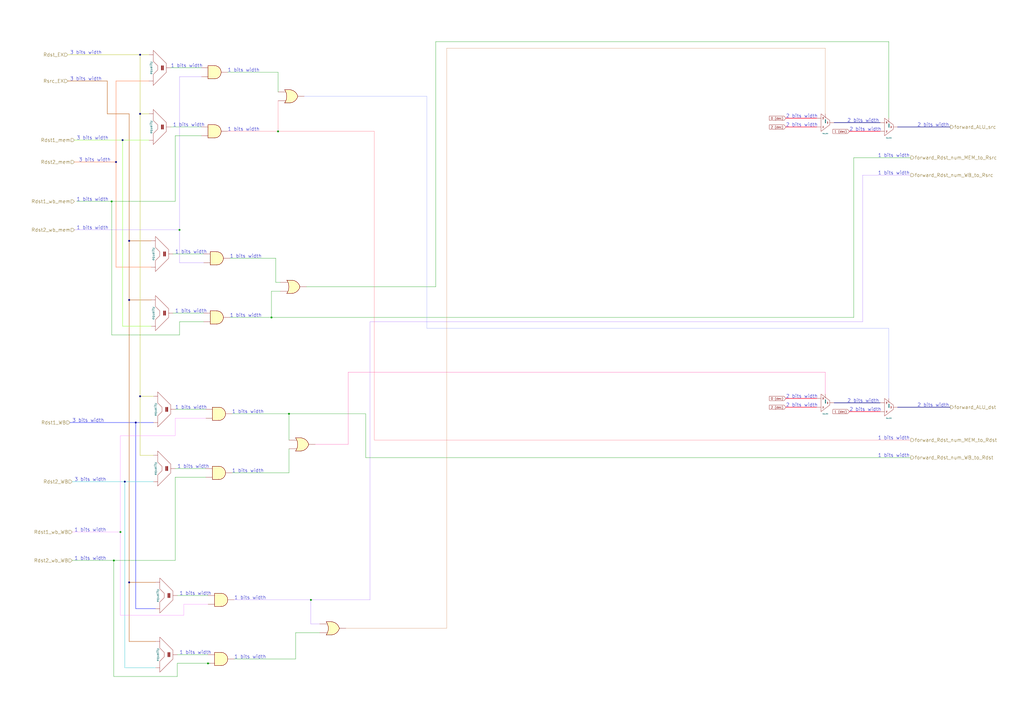
<source format=kicad_sch>
(kicad_sch (version 20211123) (generator eeschema)

  (uuid 22cae879-11b7-438f-8696-47babdc1f4d6)

  (paper "A2")

  (lib_symbols
    (symbol "4xxx:4071" (pin_numbers hide) (pin_names (offset 1.016) hide) (in_bom yes) (on_board yes)
      (property "Reference" "U" (id 0) (at 0 1.27 0)
        (effects (font (size 1.27 1.27)))
      )
      (property "Value" "4071" (id 1) (at 0 -1.27 0)
        (effects (font (size 1.27 1.27)))
      )
      (property "Footprint" "" (id 2) (at 0 0 0)
        (effects (font (size 1.27 1.27)) hide)
      )
      (property "Datasheet" "http://www.intersil.com/content/dam/Intersil/documents/cd40/cd4071bms-72bms-75bms.pdf" (id 3) (at 0 0 0)
        (effects (font (size 1.27 1.27)) hide)
      )
      (property "ki_locked" "" (id 4) (at 0 0 0)
        (effects (font (size 1.27 1.27)))
      )
      (property "ki_keywords" "CMOS OR2" (id 5) (at 0 0 0)
        (effects (font (size 1.27 1.27)) hide)
      )
      (property "ki_description" "Quad Or 2 inputs" (id 6) (at 0 0 0)
        (effects (font (size 1.27 1.27)) hide)
      )
      (property "ki_fp_filters" "DIP?14*" (id 7) (at 0 0 0)
        (effects (font (size 1.27 1.27)) hide)
      )
      (symbol "4071_1_1"
        (arc (start -3.81 -3.81) (mid -2.589 0) (end -3.81 3.81)
          (stroke (width 0.254) (type default) (color 0 0 0 0))
          (fill (type none))
        )
        (arc (start -0.6096 -3.81) (mid 2.1842 -2.5851) (end 3.81 0)
          (stroke (width 0.254) (type default) (color 0 0 0 0))
          (fill (type background))
        )
        (polyline
          (pts
            (xy -3.81 -3.81)
            (xy -0.635 -3.81)
          )
          (stroke (width 0.254) (type default) (color 0 0 0 0))
          (fill (type background))
        )
        (polyline
          (pts
            (xy -3.81 3.81)
            (xy -0.635 3.81)
          )
          (stroke (width 0.254) (type default) (color 0 0 0 0))
          (fill (type background))
        )
        (polyline
          (pts
            (xy -0.635 3.81)
            (xy -3.81 3.81)
            (xy -3.81 3.81)
            (xy -3.556 3.4036)
            (xy -3.0226 2.2606)
            (xy -2.6924 1.0414)
            (xy -2.6162 -0.254)
            (xy -2.7686 -1.4986)
            (xy -3.175 -2.7178)
            (xy -3.81 -3.81)
            (xy -3.81 -3.81)
            (xy -0.635 -3.81)
          )
          (stroke (width -25.4) (type default) (color 0 0 0 0))
          (fill (type background))
        )
        (arc (start 3.81 0) (mid 2.1915 2.5936) (end -0.6096 3.81)
          (stroke (width 0.254) (type default) (color 0 0 0 0))
          (fill (type background))
        )
        (pin input line (at -7.62 2.54 0) (length 4.318)
          (name "~" (effects (font (size 1.27 1.27))))
          (number "1" (effects (font (size 1.27 1.27))))
        )
        (pin input line (at -7.62 -2.54 0) (length 4.318)
          (name "~" (effects (font (size 1.27 1.27))))
          (number "2" (effects (font (size 1.27 1.27))))
        )
        (pin output line (at 7.62 0 180) (length 3.81)
          (name "~" (effects (font (size 1.27 1.27))))
          (number "3" (effects (font (size 1.27 1.27))))
        )
      )
      (symbol "4071_1_2"
        (arc (start 0 -3.81) (mid 3.81 0) (end 0 3.81)
          (stroke (width 0.254) (type default) (color 0 0 0 0))
          (fill (type background))
        )
        (polyline
          (pts
            (xy 0 3.81)
            (xy -3.81 3.81)
            (xy -3.81 -3.81)
            (xy 0 -3.81)
          )
          (stroke (width 0.254) (type default) (color 0 0 0 0))
          (fill (type background))
        )
        (pin input inverted (at -7.62 2.54 0) (length 3.81)
          (name "~" (effects (font (size 1.27 1.27))))
          (number "1" (effects (font (size 1.27 1.27))))
        )
        (pin input inverted (at -7.62 -2.54 0) (length 3.81)
          (name "~" (effects (font (size 1.27 1.27))))
          (number "2" (effects (font (size 1.27 1.27))))
        )
        (pin output inverted (at 7.62 0 180) (length 3.81)
          (name "~" (effects (font (size 1.27 1.27))))
          (number "3" (effects (font (size 1.27 1.27))))
        )
      )
      (symbol "4071_2_1"
        (arc (start -3.81 -3.81) (mid -2.589 0) (end -3.81 3.81)
          (stroke (width 0.254) (type default) (color 0 0 0 0))
          (fill (type none))
        )
        (arc (start -0.6096 -3.81) (mid 2.1842 -2.5851) (end 3.81 0)
          (stroke (width 0.254) (type default) (color 0 0 0 0))
          (fill (type background))
        )
        (polyline
          (pts
            (xy -3.81 -3.81)
            (xy -0.635 -3.81)
          )
          (stroke (width 0.254) (type default) (color 0 0 0 0))
          (fill (type background))
        )
        (polyline
          (pts
            (xy -3.81 3.81)
            (xy -0.635 3.81)
          )
          (stroke (width 0.254) (type default) (color 0 0 0 0))
          (fill (type background))
        )
        (polyline
          (pts
            (xy -0.635 3.81)
            (xy -3.81 3.81)
            (xy -3.81 3.81)
            (xy -3.556 3.4036)
            (xy -3.0226 2.2606)
            (xy -2.6924 1.0414)
            (xy -2.6162 -0.254)
            (xy -2.7686 -1.4986)
            (xy -3.175 -2.7178)
            (xy -3.81 -3.81)
            (xy -3.81 -3.81)
            (xy -0.635 -3.81)
          )
          (stroke (width -25.4) (type default) (color 0 0 0 0))
          (fill (type background))
        )
        (arc (start 3.81 0) (mid 2.1915 2.5936) (end -0.6096 3.81)
          (stroke (width 0.254) (type default) (color 0 0 0 0))
          (fill (type background))
        )
        (pin output line (at 7.62 0 180) (length 3.81)
          (name "~" (effects (font (size 1.27 1.27))))
          (number "4" (effects (font (size 1.27 1.27))))
        )
        (pin input line (at -7.62 2.54 0) (length 4.318)
          (name "~" (effects (font (size 1.27 1.27))))
          (number "5" (effects (font (size 1.27 1.27))))
        )
        (pin input line (at -7.62 -2.54 0) (length 4.318)
          (name "~" (effects (font (size 1.27 1.27))))
          (number "6" (effects (font (size 1.27 1.27))))
        )
      )
      (symbol "4071_2_2"
        (arc (start 0 -3.81) (mid 3.81 0) (end 0 3.81)
          (stroke (width 0.254) (type default) (color 0 0 0 0))
          (fill (type background))
        )
        (polyline
          (pts
            (xy 0 3.81)
            (xy -3.81 3.81)
            (xy -3.81 -3.81)
            (xy 0 -3.81)
          )
          (stroke (width 0.254) (type default) (color 0 0 0 0))
          (fill (type background))
        )
        (pin output inverted (at 7.62 0 180) (length 3.81)
          (name "~" (effects (font (size 1.27 1.27))))
          (number "4" (effects (font (size 1.27 1.27))))
        )
        (pin input inverted (at -7.62 2.54 0) (length 3.81)
          (name "~" (effects (font (size 1.27 1.27))))
          (number "5" (effects (font (size 1.27 1.27))))
        )
        (pin input inverted (at -7.62 -2.54 0) (length 3.81)
          (name "~" (effects (font (size 1.27 1.27))))
          (number "6" (effects (font (size 1.27 1.27))))
        )
      )
      (symbol "4071_3_1"
        (arc (start -3.81 -3.81) (mid -2.589 0) (end -3.81 3.81)
          (stroke (width 0.254) (type default) (color 0 0 0 0))
          (fill (type none))
        )
        (arc (start -0.6096 -3.81) (mid 2.1842 -2.5851) (end 3.81 0)
          (stroke (width 0.254) (type default) (color 0 0 0 0))
          (fill (type background))
        )
        (polyline
          (pts
            (xy -3.81 -3.81)
            (xy -0.635 -3.81)
          )
          (stroke (width 0.254) (type default) (color 0 0 0 0))
          (fill (type background))
        )
        (polyline
          (pts
            (xy -3.81 3.81)
            (xy -0.635 3.81)
          )
          (stroke (width 0.254) (type default) (color 0 0 0 0))
          (fill (type background))
        )
        (polyline
          (pts
            (xy -0.635 3.81)
            (xy -3.81 3.81)
            (xy -3.81 3.81)
            (xy -3.556 3.4036)
            (xy -3.0226 2.2606)
            (xy -2.6924 1.0414)
            (xy -2.6162 -0.254)
            (xy -2.7686 -1.4986)
            (xy -3.175 -2.7178)
            (xy -3.81 -3.81)
            (xy -3.81 -3.81)
            (xy -0.635 -3.81)
          )
          (stroke (width -25.4) (type default) (color 0 0 0 0))
          (fill (type background))
        )
        (arc (start 3.81 0) (mid 2.1915 2.5936) (end -0.6096 3.81)
          (stroke (width 0.254) (type default) (color 0 0 0 0))
          (fill (type background))
        )
        (pin output line (at 7.62 0 180) (length 3.81)
          (name "~" (effects (font (size 1.27 1.27))))
          (number "10" (effects (font (size 1.27 1.27))))
        )
        (pin input line (at -7.62 2.54 0) (length 4.318)
          (name "~" (effects (font (size 1.27 1.27))))
          (number "8" (effects (font (size 1.27 1.27))))
        )
        (pin input line (at -7.62 -2.54 0) (length 4.318)
          (name "~" (effects (font (size 1.27 1.27))))
          (number "9" (effects (font (size 1.27 1.27))))
        )
      )
      (symbol "4071_3_2"
        (arc (start 0 -3.81) (mid 3.81 0) (end 0 3.81)
          (stroke (width 0.254) (type default) (color 0 0 0 0))
          (fill (type background))
        )
        (polyline
          (pts
            (xy 0 3.81)
            (xy -3.81 3.81)
            (xy -3.81 -3.81)
            (xy 0 -3.81)
          )
          (stroke (width 0.254) (type default) (color 0 0 0 0))
          (fill (type background))
        )
        (pin output inverted (at 7.62 0 180) (length 3.81)
          (name "~" (effects (font (size 1.27 1.27))))
          (number "10" (effects (font (size 1.27 1.27))))
        )
        (pin input inverted (at -7.62 2.54 0) (length 3.81)
          (name "~" (effects (font (size 1.27 1.27))))
          (number "8" (effects (font (size 1.27 1.27))))
        )
        (pin input inverted (at -7.62 -2.54 0) (length 3.81)
          (name "~" (effects (font (size 1.27 1.27))))
          (number "9" (effects (font (size 1.27 1.27))))
        )
      )
      (symbol "4071_4_1"
        (arc (start -3.81 -3.81) (mid -2.589 0) (end -3.81 3.81)
          (stroke (width 0.254) (type default) (color 0 0 0 0))
          (fill (type none))
        )
        (arc (start -0.6096 -3.81) (mid 2.1842 -2.5851) (end 3.81 0)
          (stroke (width 0.254) (type default) (color 0 0 0 0))
          (fill (type background))
        )
        (polyline
          (pts
            (xy -3.81 -3.81)
            (xy -0.635 -3.81)
          )
          (stroke (width 0.254) (type default) (color 0 0 0 0))
          (fill (type background))
        )
        (polyline
          (pts
            (xy -3.81 3.81)
            (xy -0.635 3.81)
          )
          (stroke (width 0.254) (type default) (color 0 0 0 0))
          (fill (type background))
        )
        (polyline
          (pts
            (xy -0.635 3.81)
            (xy -3.81 3.81)
            (xy -3.81 3.81)
            (xy -3.556 3.4036)
            (xy -3.0226 2.2606)
            (xy -2.6924 1.0414)
            (xy -2.6162 -0.254)
            (xy -2.7686 -1.4986)
            (xy -3.175 -2.7178)
            (xy -3.81 -3.81)
            (xy -3.81 -3.81)
            (xy -0.635 -3.81)
          )
          (stroke (width -25.4) (type default) (color 0 0 0 0))
          (fill (type background))
        )
        (arc (start 3.81 0) (mid 2.1915 2.5936) (end -0.6096 3.81)
          (stroke (width 0.254) (type default) (color 0 0 0 0))
          (fill (type background))
        )
        (pin output line (at 7.62 0 180) (length 3.81)
          (name "~" (effects (font (size 1.27 1.27))))
          (number "11" (effects (font (size 1.27 1.27))))
        )
        (pin input line (at -7.62 2.54 0) (length 4.318)
          (name "~" (effects (font (size 1.27 1.27))))
          (number "12" (effects (font (size 1.27 1.27))))
        )
        (pin input line (at -7.62 -2.54 0) (length 4.318)
          (name "~" (effects (font (size 1.27 1.27))))
          (number "13" (effects (font (size 1.27 1.27))))
        )
      )
      (symbol "4071_4_2"
        (arc (start 0 -3.81) (mid 3.81 0) (end 0 3.81)
          (stroke (width 0.254) (type default) (color 0 0 0 0))
          (fill (type background))
        )
        (polyline
          (pts
            (xy 0 3.81)
            (xy -3.81 3.81)
            (xy -3.81 -3.81)
            (xy 0 -3.81)
          )
          (stroke (width 0.254) (type default) (color 0 0 0 0))
          (fill (type background))
        )
        (pin output inverted (at 7.62 0 180) (length 3.81)
          (name "~" (effects (font (size 1.27 1.27))))
          (number "11" (effects (font (size 1.27 1.27))))
        )
        (pin input inverted (at -7.62 2.54 0) (length 3.81)
          (name "~" (effects (font (size 1.27 1.27))))
          (number "12" (effects (font (size 1.27 1.27))))
        )
        (pin input inverted (at -7.62 -2.54 0) (length 3.81)
          (name "~" (effects (font (size 1.27 1.27))))
          (number "13" (effects (font (size 1.27 1.27))))
        )
      )
      (symbol "4071_5_0"
        (pin power_in line (at 0 12.7 270) (length 5.08)
          (name "VDD" (effects (font (size 1.27 1.27))))
          (number "14" (effects (font (size 1.27 1.27))))
        )
        (pin power_in line (at 0 -12.7 90) (length 5.08)
          (name "VSS" (effects (font (size 1.27 1.27))))
          (number "7" (effects (font (size 1.27 1.27))))
        )
      )
      (symbol "4071_5_1"
        (rectangle (start -5.08 7.62) (end 5.08 -7.62)
          (stroke (width 0.254) (type default) (color 0 0 0 0))
          (fill (type background))
        )
      )
    )
    (symbol "4xxx:4081" (pin_numbers hide) (pin_names (offset 1.016) hide) (in_bom yes) (on_board yes)
      (property "Reference" "U" (id 0) (at 0 1.27 0)
        (effects (font (size 1.27 1.27)))
      )
      (property "Value" "4081" (id 1) (at 0 -1.27 0)
        (effects (font (size 1.27 1.27)))
      )
      (property "Footprint" "" (id 2) (at 0 0 0)
        (effects (font (size 1.27 1.27)) hide)
      )
      (property "Datasheet" "http://www.intersil.com/content/dam/Intersil/documents/cd40/cd4073bms-81bms-82bms.pdf" (id 3) (at 0 0 0)
        (effects (font (size 1.27 1.27)) hide)
      )
      (property "ki_locked" "" (id 4) (at 0 0 0)
        (effects (font (size 1.27 1.27)))
      )
      (property "ki_keywords" "CMOS And2" (id 5) (at 0 0 0)
        (effects (font (size 1.27 1.27)) hide)
      )
      (property "ki_description" "Quad And 2 inputs" (id 6) (at 0 0 0)
        (effects (font (size 1.27 1.27)) hide)
      )
      (property "ki_fp_filters" "DIP?14*" (id 7) (at 0 0 0)
        (effects (font (size 1.27 1.27)) hide)
      )
      (symbol "4081_1_1"
        (arc (start 0 -3.81) (mid 3.81 0) (end 0 3.81)
          (stroke (width 0.254) (type default) (color 0 0 0 0))
          (fill (type background))
        )
        (polyline
          (pts
            (xy 0 3.81)
            (xy -3.81 3.81)
            (xy -3.81 -3.81)
            (xy 0 -3.81)
          )
          (stroke (width 0.254) (type default) (color 0 0 0 0))
          (fill (type background))
        )
        (pin input line (at -7.62 2.54 0) (length 3.81)
          (name "~" (effects (font (size 1.27 1.27))))
          (number "1" (effects (font (size 1.27 1.27))))
        )
        (pin input line (at -7.62 -2.54 0) (length 3.81)
          (name "~" (effects (font (size 1.27 1.27))))
          (number "2" (effects (font (size 1.27 1.27))))
        )
        (pin output line (at 7.62 0 180) (length 3.81)
          (name "~" (effects (font (size 1.27 1.27))))
          (number "3" (effects (font (size 1.27 1.27))))
        )
      )
      (symbol "4081_1_2"
        (arc (start -3.81 -3.81) (mid -2.589 0) (end -3.81 3.81)
          (stroke (width 0.254) (type default) (color 0 0 0 0))
          (fill (type none))
        )
        (arc (start -0.6096 -3.81) (mid 2.1842 -2.5851) (end 3.81 0)
          (stroke (width 0.254) (type default) (color 0 0 0 0))
          (fill (type background))
        )
        (polyline
          (pts
            (xy -3.81 -3.81)
            (xy -0.635 -3.81)
          )
          (stroke (width 0.254) (type default) (color 0 0 0 0))
          (fill (type background))
        )
        (polyline
          (pts
            (xy -3.81 3.81)
            (xy -0.635 3.81)
          )
          (stroke (width 0.254) (type default) (color 0 0 0 0))
          (fill (type background))
        )
        (polyline
          (pts
            (xy -0.635 3.81)
            (xy -3.81 3.81)
            (xy -3.81 3.81)
            (xy -3.556 3.4036)
            (xy -3.0226 2.2606)
            (xy -2.6924 1.0414)
            (xy -2.6162 -0.254)
            (xy -2.7686 -1.4986)
            (xy -3.175 -2.7178)
            (xy -3.81 -3.81)
            (xy -3.81 -3.81)
            (xy -0.635 -3.81)
          )
          (stroke (width -25.4) (type default) (color 0 0 0 0))
          (fill (type background))
        )
        (arc (start 3.81 0) (mid 2.1915 2.5936) (end -0.6096 3.81)
          (stroke (width 0.254) (type default) (color 0 0 0 0))
          (fill (type background))
        )
        (pin input inverted (at -7.62 2.54 0) (length 4.318)
          (name "~" (effects (font (size 1.27 1.27))))
          (number "1" (effects (font (size 1.27 1.27))))
        )
        (pin input inverted (at -7.62 -2.54 0) (length 4.318)
          (name "~" (effects (font (size 1.27 1.27))))
          (number "2" (effects (font (size 1.27 1.27))))
        )
        (pin output inverted (at 7.62 0 180) (length 3.81)
          (name "~" (effects (font (size 1.27 1.27))))
          (number "3" (effects (font (size 1.27 1.27))))
        )
      )
      (symbol "4081_2_1"
        (arc (start 0 -3.81) (mid 3.81 0) (end 0 3.81)
          (stroke (width 0.254) (type default) (color 0 0 0 0))
          (fill (type background))
        )
        (polyline
          (pts
            (xy 0 3.81)
            (xy -3.81 3.81)
            (xy -3.81 -3.81)
            (xy 0 -3.81)
          )
          (stroke (width 0.254) (type default) (color 0 0 0 0))
          (fill (type background))
        )
        (pin output line (at 7.62 0 180) (length 3.81)
          (name "~" (effects (font (size 1.27 1.27))))
          (number "4" (effects (font (size 1.27 1.27))))
        )
        (pin input line (at -7.62 2.54 0) (length 3.81)
          (name "~" (effects (font (size 1.27 1.27))))
          (number "5" (effects (font (size 1.27 1.27))))
        )
        (pin input line (at -7.62 -2.54 0) (length 3.81)
          (name "~" (effects (font (size 1.27 1.27))))
          (number "6" (effects (font (size 1.27 1.27))))
        )
      )
      (symbol "4081_2_2"
        (arc (start -3.81 -3.81) (mid -2.589 0) (end -3.81 3.81)
          (stroke (width 0.254) (type default) (color 0 0 0 0))
          (fill (type none))
        )
        (arc (start -0.6096 -3.81) (mid 2.1842 -2.5851) (end 3.81 0)
          (stroke (width 0.254) (type default) (color 0 0 0 0))
          (fill (type background))
        )
        (polyline
          (pts
            (xy -3.81 -3.81)
            (xy -0.635 -3.81)
          )
          (stroke (width 0.254) (type default) (color 0 0 0 0))
          (fill (type background))
        )
        (polyline
          (pts
            (xy -3.81 3.81)
            (xy -0.635 3.81)
          )
          (stroke (width 0.254) (type default) (color 0 0 0 0))
          (fill (type background))
        )
        (polyline
          (pts
            (xy -0.635 3.81)
            (xy -3.81 3.81)
            (xy -3.81 3.81)
            (xy -3.556 3.4036)
            (xy -3.0226 2.2606)
            (xy -2.6924 1.0414)
            (xy -2.6162 -0.254)
            (xy -2.7686 -1.4986)
            (xy -3.175 -2.7178)
            (xy -3.81 -3.81)
            (xy -3.81 -3.81)
            (xy -0.635 -3.81)
          )
          (stroke (width -25.4) (type default) (color 0 0 0 0))
          (fill (type background))
        )
        (arc (start 3.81 0) (mid 2.1915 2.5936) (end -0.6096 3.81)
          (stroke (width 0.254) (type default) (color 0 0 0 0))
          (fill (type background))
        )
        (pin output inverted (at 7.62 0 180) (length 3.81)
          (name "~" (effects (font (size 1.27 1.27))))
          (number "4" (effects (font (size 1.27 1.27))))
        )
        (pin input inverted (at -7.62 2.54 0) (length 4.318)
          (name "~" (effects (font (size 1.27 1.27))))
          (number "5" (effects (font (size 1.27 1.27))))
        )
        (pin input inverted (at -7.62 -2.54 0) (length 4.318)
          (name "~" (effects (font (size 1.27 1.27))))
          (number "6" (effects (font (size 1.27 1.27))))
        )
      )
      (symbol "4081_3_1"
        (arc (start 0 -3.81) (mid 3.81 0) (end 0 3.81)
          (stroke (width 0.254) (type default) (color 0 0 0 0))
          (fill (type background))
        )
        (polyline
          (pts
            (xy 0 3.81)
            (xy -3.81 3.81)
            (xy -3.81 -3.81)
            (xy 0 -3.81)
          )
          (stroke (width 0.254) (type default) (color 0 0 0 0))
          (fill (type background))
        )
        (pin output line (at 7.62 0 180) (length 3.81)
          (name "~" (effects (font (size 1.27 1.27))))
          (number "10" (effects (font (size 1.27 1.27))))
        )
        (pin input line (at -7.62 2.54 0) (length 3.81)
          (name "~" (effects (font (size 1.27 1.27))))
          (number "8" (effects (font (size 1.27 1.27))))
        )
        (pin input line (at -7.62 -2.54 0) (length 3.81)
          (name "~" (effects (font (size 1.27 1.27))))
          (number "9" (effects (font (size 1.27 1.27))))
        )
      )
      (symbol "4081_3_2"
        (arc (start -3.81 -3.81) (mid -2.589 0) (end -3.81 3.81)
          (stroke (width 0.254) (type default) (color 0 0 0 0))
          (fill (type none))
        )
        (arc (start -0.6096 -3.81) (mid 2.1842 -2.5851) (end 3.81 0)
          (stroke (width 0.254) (type default) (color 0 0 0 0))
          (fill (type background))
        )
        (polyline
          (pts
            (xy -3.81 -3.81)
            (xy -0.635 -3.81)
          )
          (stroke (width 0.254) (type default) (color 0 0 0 0))
          (fill (type background))
        )
        (polyline
          (pts
            (xy -3.81 3.81)
            (xy -0.635 3.81)
          )
          (stroke (width 0.254) (type default) (color 0 0 0 0))
          (fill (type background))
        )
        (polyline
          (pts
            (xy -0.635 3.81)
            (xy -3.81 3.81)
            (xy -3.81 3.81)
            (xy -3.556 3.4036)
            (xy -3.0226 2.2606)
            (xy -2.6924 1.0414)
            (xy -2.6162 -0.254)
            (xy -2.7686 -1.4986)
            (xy -3.175 -2.7178)
            (xy -3.81 -3.81)
            (xy -3.81 -3.81)
            (xy -0.635 -3.81)
          )
          (stroke (width -25.4) (type default) (color 0 0 0 0))
          (fill (type background))
        )
        (arc (start 3.81 0) (mid 2.1915 2.5936) (end -0.6096 3.81)
          (stroke (width 0.254) (type default) (color 0 0 0 0))
          (fill (type background))
        )
        (pin output inverted (at 7.62 0 180) (length 3.81)
          (name "~" (effects (font (size 1.27 1.27))))
          (number "10" (effects (font (size 1.27 1.27))))
        )
        (pin input inverted (at -7.62 2.54 0) (length 4.318)
          (name "~" (effects (font (size 1.27 1.27))))
          (number "8" (effects (font (size 1.27 1.27))))
        )
        (pin input inverted (at -7.62 -2.54 0) (length 4.318)
          (name "~" (effects (font (size 1.27 1.27))))
          (number "9" (effects (font (size 1.27 1.27))))
        )
      )
      (symbol "4081_4_1"
        (arc (start 0 -3.81) (mid 3.81 0) (end 0 3.81)
          (stroke (width 0.254) (type default) (color 0 0 0 0))
          (fill (type background))
        )
        (polyline
          (pts
            (xy 0 3.81)
            (xy -3.81 3.81)
            (xy -3.81 -3.81)
            (xy 0 -3.81)
          )
          (stroke (width 0.254) (type default) (color 0 0 0 0))
          (fill (type background))
        )
        (pin output line (at 7.62 0 180) (length 3.81)
          (name "~" (effects (font (size 1.27 1.27))))
          (number "11" (effects (font (size 1.27 1.27))))
        )
        (pin input line (at -7.62 2.54 0) (length 3.81)
          (name "~" (effects (font (size 1.27 1.27))))
          (number "12" (effects (font (size 1.27 1.27))))
        )
        (pin input line (at -7.62 -2.54 0) (length 3.81)
          (name "~" (effects (font (size 1.27 1.27))))
          (number "13" (effects (font (size 1.27 1.27))))
        )
      )
      (symbol "4081_4_2"
        (arc (start -3.81 -3.81) (mid -2.589 0) (end -3.81 3.81)
          (stroke (width 0.254) (type default) (color 0 0 0 0))
          (fill (type none))
        )
        (arc (start -0.6096 -3.81) (mid 2.1842 -2.5851) (end 3.81 0)
          (stroke (width 0.254) (type default) (color 0 0 0 0))
          (fill (type background))
        )
        (polyline
          (pts
            (xy -3.81 -3.81)
            (xy -0.635 -3.81)
          )
          (stroke (width 0.254) (type default) (color 0 0 0 0))
          (fill (type background))
        )
        (polyline
          (pts
            (xy -3.81 3.81)
            (xy -0.635 3.81)
          )
          (stroke (width 0.254) (type default) (color 0 0 0 0))
          (fill (type background))
        )
        (polyline
          (pts
            (xy -0.635 3.81)
            (xy -3.81 3.81)
            (xy -3.81 3.81)
            (xy -3.556 3.4036)
            (xy -3.0226 2.2606)
            (xy -2.6924 1.0414)
            (xy -2.6162 -0.254)
            (xy -2.7686 -1.4986)
            (xy -3.175 -2.7178)
            (xy -3.81 -3.81)
            (xy -3.81 -3.81)
            (xy -0.635 -3.81)
          )
          (stroke (width -25.4) (type default) (color 0 0 0 0))
          (fill (type background))
        )
        (arc (start 3.81 0) (mid 2.1915 2.5936) (end -0.6096 3.81)
          (stroke (width 0.254) (type default) (color 0 0 0 0))
          (fill (type background))
        )
        (pin output inverted (at 7.62 0 180) (length 3.81)
          (name "~" (effects (font (size 1.27 1.27))))
          (number "11" (effects (font (size 1.27 1.27))))
        )
        (pin input inverted (at -7.62 2.54 0) (length 4.318)
          (name "~" (effects (font (size 1.27 1.27))))
          (number "12" (effects (font (size 1.27 1.27))))
        )
        (pin input inverted (at -7.62 -2.54 0) (length 4.318)
          (name "~" (effects (font (size 1.27 1.27))))
          (number "13" (effects (font (size 1.27 1.27))))
        )
      )
      (symbol "4081_5_0"
        (pin power_in line (at 0 12.7 270) (length 5.08)
          (name "VDD" (effects (font (size 1.27 1.27))))
          (number "14" (effects (font (size 1.27 1.27))))
        )
        (pin power_in line (at 0 -12.7 90) (length 5.08)
          (name "VSS" (effects (font (size 1.27 1.27))))
          (number "7" (effects (font (size 1.27 1.27))))
        )
      )
      (symbol "4081_5_1"
        (rectangle (start -5.08 7.62) (end 5.08 -7.62)
          (stroke (width 0.254) (type default) (color 0 0 0 0))
          (fill (type background))
        )
      )
    )
    (symbol "computerArchProj:equality" (in_bom yes) (on_board yes)
      (property "Reference" "U" (id 0) (at 0 3.81 0)
        (effects (font (size 1.27 1.27)))
      )
      (property "Value" "equality" (id 1) (at 0 6.35 0)
        (effects (font (size 1.27 1.27)))
      )
      (property "Footprint" "" (id 2) (at 0 0 0)
        (effects (font (size 1.27 1.27)) hide)
      )
      (property "Datasheet" "" (id 3) (at 0 0 0)
        (effects (font (size 1.27 1.27)) hide)
      )
      (symbol "equality_0_0"
        (polyline
          (pts
            (xy 10.16 5.08)
            (xy 10.16 5.08)
          )
          (stroke (width 0) (type default) (color 0 0 0 0))
          (fill (type none))
        )
        (polyline
          (pts
            (xy -10.16 5.08)
            (xy -5.08 5.08)
            (xy -3.81 5.08)
            (xy -1.27 2.54)
            (xy 1.27 2.54)
            (xy 3.81 5.08)
            (xy 10.16 5.08)
            (xy 2.54 -2.54)
            (xy -2.54 -2.54)
            (xy -10.16 5.08)
          )
          (stroke (width 0) (type default) (color 0 0 0 0))
          (fill (type none))
        )
        (text "=" (at 0 0 0)
          (effects (font (size 3 3) bold))
        )
      )
      (symbol "equality_1_1"
        (pin input line (at -7.62 7.62 270) (length 2.54)
          (name "" (effects (font (size 1.27 1.27))))
          (number "" (effects (font (size 1.27 1.27))))
        )
        (pin output line (at 0 -5.08 90) (length 2.54)
          (name "" (effects (font (size 1.27 1.27))))
          (number "" (effects (font (size 1.27 1.27))))
        )
        (pin input line (at 7.62 7.62 270) (length 2.54)
          (name "" (effects (font (size 1.27 1.27))))
          (number "" (effects (font (size 1.27 1.27))))
        )
      )
    )
    (symbol "computerArchProj:mux_2x1" (in_bom yes) (on_board yes)
      (property "Reference" "U" (id 0) (at 0 10.16 0)
        (effects (font (size 1.27 1.27)))
      )
      (property "Value" "mux_2x1" (id 1) (at 0 6.35 0)
        (effects (font (size 0.5 0.5)))
      )
      (property "Footprint" "" (id 2) (at 26.67 5.08 0)
        (effects (font (size 1.27 1.27)) hide)
      )
      (property "Datasheet" "" (id 3) (at 26.67 5.08 0)
        (effects (font (size 1.27 1.27)) hide)
      )
      (symbol "mux_2x1_0_0"
        (text "in0" (at -2.54 3.81 0)
          (effects (font (size 0.5 0.5)))
        )
        (text "in1" (at 2.54 3.81 0)
          (effects (font (size 0.5 0.5)))
        )
        (text "out" (at 0 1.27 0)
          (effects (font (size 0.5 0.5)))
        )
      )
      (symbol "mux_2x1_0_1"
        (polyline
          (pts
            (xy -1.27 5.08)
            (xy 5.08 5.08)
            (xy 1.27 0)
            (xy -1.27 0)
            (xy -5.08 5.08)
            (xy -1.27 5.08)
          )
          (stroke (width 0) (type default) (color 0 0 0 0))
          (fill (type none))
        )
      )
      (symbol "mux_2x1_1_1"
        (pin input line (at -2.54 7.62 270) (length 2.54)
          (name "" (effects (font (size 0.5 0.5))))
          (number "" (effects (font (size 1.27 1.27))))
        )
        (pin output line (at 0 -2.54 90) (length 2.54)
          (name "" (effects (font (size 1.27 1.27))))
          (number "" (effects (font (size 1.27 1.27))))
        )
        (pin input line (at 2.54 7.62 270) (length 2.54)
          (name "" (effects (font (size 0.5 0.5))))
          (number "" (effects (font (size 1.27 1.27))))
        )
        (pin input line (at -5.08 2.54 0) (length 2.54)
          (name "select" (effects (font (size 0.5 0.5))))
          (number "" (effects (font (size 1.27 1.27))))
        )
      )
    )
  )

  (junction (at 81.28 66.04) (diameter 0) (color 0 0 0 0)
    (uuid 0411b6dd-b9b9-470d-b201-bc96d2548871)
  )
  (junction (at 81.28 31.75) (diameter 0) (color 0 0 0 0)
    (uuid 3472f963-b498-411e-ae69-73e0395313a1)
  )
  (junction (at 71.12 81.28) (diameter 0) (color 0 0 0 0)
    (uuid 3dc2656c-1b2b-4b36-a5b8-d2e3de6d5b54)
  )
  (junction (at 74.93 139.7) (diameter 0) (color 0 0 0 0)
    (uuid 3e15b8d2-630f-4628-a065-e78f98aa4c7f)
  )
  (junction (at 180.34 347.98) (diameter 0) (color 0 0 0 0)
    (uuid 3e95fd22-d7d5-4df8-8251-5eca52052f98)
  )
  (junction (at 157.48 184.15) (diameter 0) (color 0 0 0 0)
    (uuid 6fd79151-0227-4056-84a9-00a5eb159f22)
  )
  (junction (at 120.65 384.81) (diameter 0) (color 0 0 0 0)
    (uuid 870cdc21-abfe-4509-81a9-62f54e65ae63)
  )
  (junction (at 104.14 133.35) (diameter 0) (color 0 0 0 0)
    (uuid 942d9c1f-5b9f-46b0-ac28-80596d21a048)
  )
  (junction (at 81.28 229.87) (diameter 0) (color 0 0 0 0)
    (uuid 98d664de-1658-4bda-8766-425a8b0d709f)
  )
  (junction (at 78.74 245.11) (diameter 0) (color 0 0 0 0)
    (uuid 9a38267a-0e16-4ec6-9d60-1d8e0b546daf)
  )
  (junction (at 64.77 116.84) (diameter 0) (color 0 0 0 0)
    (uuid 9e1ba949-b1ce-4588-9961-538dc93f6631)
  )
  (junction (at 66.04 325.12) (diameter 0) (color 0 0 0 0)
    (uuid a097d741-ab39-4ea5-818c-1cb3c254dee7)
  )
  (junction (at 69.85 308.61) (diameter 0) (color 0 0 0 0)
    (uuid a819a466-4697-4959-b5d9-cf4dc0643c40)
  )
  (junction (at 74.93 173.99) (diameter 0) (color 0 0 0 0)
    (uuid abb4d23d-e30e-41af-8a04-724d8e014e2c)
  )
  (junction (at 161.29 76.2) (diameter 0) (color 0 0 0 0)
    (uuid b716435e-dd9f-4752-b0e9-5225a34d1471)
  )
  (junction (at 74.93 337.82) (diameter 0) (color 0 0 0 0)
    (uuid bfa3919f-862e-4390-b58f-7849290c105c)
  )
  (junction (at 72.39 279.4) (diameter 0) (color 0 0 0 0)
    (uuid c3e28fdc-2938-4e5e-9e5b-c2d4fac3efe3)
  )
  (junction (at 167.64 240.03) (diameter 0) (color 0 0 0 0)
    (uuid c9b35b92-ef55-46c1-8cec-49ab5a050bf6)
  )
  (junction (at 67.31 93.98) (diameter 0) (color 0 0 0 0)
    (uuid e35183f1-ba1c-4aa8-b86b-8186e5bd2413)
  )

  (wire (pts (xy 104.14 194.31) (xy 64.77 194.31))
    (stroke (width 0) (type default) (color 0 0 0 0))
    (uuid 009f748a-1937-4472-8e61-bfce0313ff19)
  )
  (wire (pts (xy 64.77 194.31) (xy 64.77 116.84))
    (stroke (width 0) (type default) (color 0 0 0 0))
    (uuid 0132f99b-e3dd-4d4e-b459-2a80823e341f)
  )
  (wire (pts (xy 43.18 133.35) (xy 104.14 133.35))
    (stroke (width 0) (type default) (color 164 116 255 1))
    (uuid 02b0fd17-7b25-4e97-b3a3-5c59bbdc3d83)
  )
  (bus (pts (xy 455.93 73.66) (xy 473.71 73.66))
    (stroke (width 0) (type default) (color 255 0 37 1))
    (uuid 0431ec6a-0d30-4a6c-a267-bf26157cd591)
  )
  (bus (pts (xy 81.28 229.87) (xy 81.28 264.16))
    (stroke (width 0) (type default) (color 208 214 109 1))
    (uuid 04bcbe82-3202-462a-8776-48503801c294)
  )
  (bus (pts (xy 67.31 154.94) (xy 87.63 154.94))
    (stroke (width 0) (type default) (color 255 156 115 1))
    (uuid 05b05301-4901-4cd5-b7cb-20213bdac137)
  )
  (bus (pts (xy 43.18 93.98) (xy 67.31 93.98))
    (stroke (width 0) (type default) (color 255 156 115 1))
    (uuid 063252ae-7f51-4ae6-811f-54644fcdf3a3)
  )

  (wire (pts (xy 101.6 276.86) (xy 119.38 276.86))
    (stroke (width 0) (type default) (color 0 0 0 0))
    (uuid 08216780-0ea1-4b04-83d5-b6036fe60d51)
  )
  (bus (pts (xy 455.93 68.58) (xy 473.71 68.58))
    (stroke (width 0) (type default) (color 255 0 37 1))
    (uuid 084c4bc3-3b51-46ea-a042-768908131ca4)
  )
  (bus (pts (xy 520.7 73.66) (xy 551.18 73.66))
    (stroke (width 0) (type default) (color 0 0 0 0))
    (uuid 0d1050cd-939b-4a6f-bab2-333c2d5fcfd3)
  )
  (bus (pts (xy 39.37 46.99) (xy 62.23 46.99))
    (stroke (width 0) (type default) (color 201 123 63 1))
    (uuid 0e7c2719-14c6-466d-a6c7-b89436520429)
  )

  (wire (pts (xy 135.89 347.98) (xy 180.34 347.98))
    (stroke (width 0) (type default) (color 171 113 255 1))
    (uuid 130311f9-0090-4ef9-9213-1a0810e8d8c4)
  )
  (bus (pts (xy 74.93 173.99) (xy 74.93 337.82))
    (stroke (width 0) (type default) (color 201 123 63 1))
    (uuid 1395b2ab-2e9f-4a6c-8b67-8dbd52d94773)
  )
  (bus (pts (xy 62.23 46.99) (xy 62.23 66.04))
    (stroke (width 0) (type default) (color 201 123 63 1))
    (uuid 13b1b3dc-d7ce-47ca-be85-68b340d3b9bb)
  )

  (wire (pts (xy 41.91 308.61) (xy 69.85 308.61))
    (stroke (width 0) (type default) (color 247 128 255 1))
    (uuid 13e2f025-99b3-487d-a37b-7adf34103dd4)
  )
  (wire (pts (xy 171.45 382.27) (xy 171.45 367.03))
    (stroke (width 0) (type default) (color 0 0 0 0))
    (uuid 16298432-a9fd-46e0-9fbc-c2947f2b2f74)
  )
  (bus (pts (xy 492.76 76.2) (xy 510.54 76.2))
    (stroke (width 0) (type default) (color 255 0 37 1))
    (uuid 16471525-72d1-45aa-bc2b-f47c973e001a)
  )
  (bus (pts (xy 520.7 236.22) (xy 551.18 236.22))
    (stroke (width 0) (type default) (color 0 0 0 0))
    (uuid 16c4cd9c-2ec2-4783-b6bb-7f8ce11b54e7)
  )

  (wire (pts (xy 200.66 364.49) (xy 259.08 364.49))
    (stroke (width 0) (type default) (color 210 140 93 1))
    (uuid 1774d096-cb37-477e-86a9-0904d8d49e14)
  )
  (wire (pts (xy 500.38 101.6) (xy 528.32 101.6))
    (stroke (width 0) (type default) (color 171 113 255 1))
    (uuid 183006a6-a937-4d1a-838a-57fe191dcc94)
  )
  (bus (pts (xy 74.93 173.99) (xy 74.93 139.7))
    (stroke (width 0) (type default) (color 201 123 63 1))
    (uuid 1b01b472-1533-45d5-93c4-c630afb2b55d)
  )

  (wire (pts (xy 515.62 24.13) (xy 515.62 68.58))
    (stroke (width 0) (type default) (color 0 0 0 0))
    (uuid 1cdb8778-5309-4eef-9a5d-4c77d3fff1c1)
  )
  (wire (pts (xy 247.65 190.5) (xy 515.62 190.5))
    (stroke (width 0) (type default) (color 142 153 255 1))
    (uuid 1ea6a4e0-71ba-4625-afb5-a9c138fddfad)
  )
  (wire (pts (xy 259.08 27.94) (xy 478.79 27.94))
    (stroke (width 0) (type default) (color 210 140 93 1))
    (uuid 25b80e96-49e8-42cb-99a4-de16c053dabc)
  )
  (wire (pts (xy 161.29 41.91) (xy 161.29 53.34))
    (stroke (width 0) (type default) (color 0 0 0 0))
    (uuid 261aeae4-9a1f-41f2-ae30-5f860646b382)
  )
  (bus (pts (xy 455.93 231.14) (xy 473.71 231.14))
    (stroke (width 0) (type default) (color 255 0 37 1))
    (uuid 26673e6c-677c-4d5b-a0cb-4e6cc9418bd0)
  )

  (wire (pts (xy 101.6 252.73) (xy 101.6 242.57))
    (stroke (width 0) (type default) (color 247 128 255 1))
    (uuid 2875b7d2-d732-46b7-9d56-a77704be91d3)
  )
  (wire (pts (xy 101.6 242.57) (xy 119.38 242.57))
    (stroke (width 0) (type default) (color 247 128 255 1))
    (uuid 28f59e95-1f09-45de-bc08-721e94f69e5d)
  )
  (wire (pts (xy 167.64 240.03) (xy 212.09 240.03))
    (stroke (width 0) (type default) (color 0 0 0 0))
    (uuid 29ddc3a6-f839-44f1-a870-12ef53615c87)
  )
  (wire (pts (xy 133.35 149.86) (xy 160.02 149.86))
    (stroke (width 0) (type default) (color 0 0 0 0))
    (uuid 2cc719c0-4beb-4158-8453-41f986126fcc)
  )
  (wire (pts (xy 161.29 76.2) (xy 217.17 76.2))
    (stroke (width 0) (type default) (color 255 102 121 1))
    (uuid 2ebf8f34-42e9-44b3-a8d8-7aeb7110a7d3)
  )
  (wire (pts (xy 132.08 41.91) (xy 161.29 41.91))
    (stroke (width 0) (type default) (color 0 0 0 0))
    (uuid 31c126dc-3a98-4772-a0fe-ab5e2a9ed131)
  )
  (bus (pts (xy 81.28 66.04) (xy 86.36 66.04))
    (stroke (width 0) (type default) (color 208 214 109 1))
    (uuid 326dfb7d-9428-4e80-ac3c-8fb046a5b368)
  )

  (wire (pts (xy 217.17 76.2) (xy 217.17 255.27))
    (stroke (width 0) (type default) (color 255 102 121 1))
    (uuid 37bd69bb-ef91-49dd-9711-08bf26e9338e)
  )
  (bus (pts (xy 74.93 66.04) (xy 74.93 139.7))
    (stroke (width 0) (type default) (color 201 123 63 1))
    (uuid 37d8e4fd-a745-4d8b-b247-8d6764a298b4)
  )

  (wire (pts (xy 160.02 149.86) (xy 160.02 163.83))
    (stroke (width 0) (type default) (color 0 0 0 0))
    (uuid 39121f4b-f2eb-42ce-8ae4-0944875b66fb)
  )
  (bus (pts (xy 67.31 93.98) (xy 67.31 154.94))
    (stroke (width 0) (type default) (color 255 156 115 1))
    (uuid 3c34a307-7fab-466c-b89a-f96c06f26219)
  )

  (wire (pts (xy 500.38 186.69) (xy 500.38 101.6))
    (stroke (width 0) (type default) (color 171 113 255 1))
    (uuid 3c5e9e99-7c7a-4ef8-be56-d1b3d547af5c)
  )
  (wire (pts (xy 102.87 379.73) (xy 120.65 379.73))
    (stroke (width 0) (type default) (color 0 0 0 0))
    (uuid 3cc1cfe2-2918-4e2e-9079-7656c411ab84)
  )
  (bus (pts (xy 67.31 46.99) (xy 86.36 46.99))
    (stroke (width 0) (type default) (color 255 156 115 1))
    (uuid 42a20d47-df0c-47d3-b14f-a43c1631f70b)
  )

  (wire (pts (xy 120.65 350.52) (xy 106.68 350.52))
    (stroke (width 0) (type default) (color 247 128 255 1))
    (uuid 47baa89b-2eb1-4524-ab80-2413404a7985)
  )
  (bus (pts (xy 74.93 337.82) (xy 74.93 372.11))
    (stroke (width 0) (type default) (color 201 123 63 1))
    (uuid 48ff53af-1a98-43c2-9783-c25d42ea6496)
  )
  (bus (pts (xy 71.12 81.28) (xy 86.36 81.28))
    (stroke (width 0) (type default) (color 171 255 105 1))
    (uuid 4c706c9f-a755-43aa-8845-56bca249c104)
  )
  (bus (pts (xy 71.12 189.23) (xy 71.12 81.28))
    (stroke (width 0) (type default) (color 171 255 105 1))
    (uuid 4fdf606e-7b2d-40c7-a068-2df07c90ba78)
  )

  (wire (pts (xy 69.85 356.87) (xy 69.85 308.61))
    (stroke (width 0) (type default) (color 247 128 255 1))
    (uuid 502af993-e3e7-4843-9a9a-aa243fec6d9f)
  )
  (wire (pts (xy 104.14 133.35) (xy 104.14 152.4))
    (stroke (width 0) (type default) (color 164 116 255 1))
    (uuid 51208f9c-fef2-443e-8b29-168bfa6ddd87)
  )
  (wire (pts (xy 167.64 260.35) (xy 167.64 274.32))
    (stroke (width 0) (type default) (color 0 0 0 0))
    (uuid 55c85ffc-6010-47e7-bf80-85fd090181d9)
  )
  (wire (pts (xy 157.48 184.15) (xy 157.48 168.91))
    (stroke (width 0) (type default) (color 0 0 0 0))
    (uuid 5646c509-9eab-45c0-be29-c55fc05a7ab3)
  )
  (bus (pts (xy 62.23 66.04) (xy 74.93 66.04))
    (stroke (width 0) (type default) (color 201 123 63 1))
    (uuid 5a6ccbca-73c9-4300-97c2-56787fa9cacb)
  )

  (wire (pts (xy 44.45 116.84) (xy 64.77 116.84))
    (stroke (width 0) (type default) (color 0 0 0 0))
    (uuid 5b3eeb7b-2f2b-41c0-bcd2-4d79fb21463a)
  )
  (wire (pts (xy 66.04 325.12) (xy 101.6 325.12))
    (stroke (width 0) (type default) (color 0 0 0 0))
    (uuid 5bb8d307-9204-43d1-b4f9-118294c54d9d)
  )
  (wire (pts (xy 495.3 91.44) (xy 528.32 91.44))
    (stroke (width 0) (type default) (color 0 0 0 0))
    (uuid 5be6dd3a-d36b-4302-8433-a1ba80a8017b)
  )
  (wire (pts (xy 478.79 215.9) (xy 478.79 228.6))
    (stroke (width 0) (type default) (color 255 73 169 1))
    (uuid 5ca201b1-f7d9-43fa-a5f3-5faa10c836c1)
  )
  (wire (pts (xy 247.65 55.88) (xy 247.65 190.5))
    (stroke (width 0) (type default) (color 142 153 255 1))
    (uuid 5cc7b289-34ff-4d66-a462-770d37db9b1d)
  )
  (bus (pts (xy 39.37 31.75) (xy 81.28 31.75))
    (stroke (width 0) (type default) (color 208 214 109 1))
    (uuid 5e9176a5-6eb4-4230-a633-1f65716168ee)
  )
  (bus (pts (xy 72.39 279.4) (xy 72.39 387.35))
    (stroke (width 0) (type default) (color 121 218 225 1))
    (uuid 600b2931-60c5-402d-a22f-19c3c68e8f88)
  )

  (wire (pts (xy 252.73 24.13) (xy 515.62 24.13))
    (stroke (width 0) (type default) (color 0 0 0 0))
    (uuid 6261a8c6-e3ce-4847-823c-a795e87b6a18)
  )
  (bus (pts (xy 78.74 353.06) (xy 90.17 353.06))
    (stroke (width 0) (type default) (color 75 83 255 1))
    (uuid 63b79dee-2c4f-476a-84cb-75fbb0850e4c)
  )

  (wire (pts (xy 102.87 384.81) (xy 102.87 392.43))
    (stroke (width 0) (type default) (color 0 0 0 0))
    (uuid 6b3352e4-928a-4fe4-9d0c-8246df104c9d)
  )
  (wire (pts (xy 217.17 255.27) (xy 528.32 255.27))
    (stroke (width 0) (type default) (color 255 102 121 1))
    (uuid 7027d94e-715c-4f3c-b0df-b74a0a880c71)
  )
  (wire (pts (xy 214.63 186.69) (xy 500.38 186.69))
    (stroke (width 0) (type default) (color 171 113 255 1))
    (uuid 72959cd5-b9b3-4d29-a326-46c7acfb0a90)
  )
  (bus (pts (xy 67.31 93.98) (xy 67.31 46.99))
    (stroke (width 0) (type default) (color 255 156 115 1))
    (uuid 741d0199-bec7-4730-9e60-9b0511209c8c)
  )

  (wire (pts (xy 161.29 58.42) (xy 161.29 76.2))
    (stroke (width 0) (type default) (color 255 102 121 1))
    (uuid 76ea3e36-348b-45f8-8e41-a1f95a725885)
  )
  (wire (pts (xy 104.14 133.35) (xy 104.14 44.45))
    (stroke (width 0) (type default) (color 164 116 255 1))
    (uuid 77b0742f-5797-47c4-b764-1c38006551ac)
  )
  (wire (pts (xy 214.63 347.98) (xy 214.63 186.69))
    (stroke (width 0) (type default) (color 171 113 255 1))
    (uuid 77d68ef6-cb27-49df-90c8-9947a9ae7cf6)
  )
  (bus (pts (xy 81.28 229.87) (xy 88.9 229.87))
    (stroke (width 0) (type default) (color 208 214 109 1))
    (uuid 78abaa47-18c7-4d5d-a676-6a1c96baab3b)
  )

  (wire (pts (xy 101.6 237.49) (xy 119.38 237.49))
    (stroke (width 0) (type default) (color 0 0 0 0))
    (uuid 79af8c2d-8c47-4aa3-916f-97d707c9c936)
  )
  (wire (pts (xy 100.33 147.32) (xy 118.11 147.32))
    (stroke (width 0) (type default) (color 0 0 0 0))
    (uuid 7cb0651d-951a-492f-ada3-e8a7a01cef25)
  )
  (wire (pts (xy 120.65 384.81) (xy 102.87 384.81))
    (stroke (width 0) (type default) (color 0 0 0 0))
    (uuid 802fbcf3-d188-4d2c-8287-e39e1da6b61b)
  )
  (wire (pts (xy 212.09 240.03) (xy 212.09 265.43))
    (stroke (width 0) (type default) (color 0 0 0 0))
    (uuid 814596d0-272f-4bef-9868-dd60d843deaa)
  )
  (bus (pts (xy 483.87 71.12) (xy 510.54 71.12))
    (stroke (width 0) (type default) (color 0 0 0 0))
    (uuid 829058cd-5fc5-4a70-a22a-c2c001aede77)
  )
  (bus (pts (xy 483.87 233.68) (xy 510.54 233.68))
    (stroke (width 0) (type default) (color 0 0 0 0))
    (uuid 830d675a-6253-465e-8ef8-d6bde826c447)
  )

  (wire (pts (xy 118.11 186.69) (xy 104.14 186.69))
    (stroke (width 0) (type default) (color 0 0 0 0))
    (uuid 84ef400c-a73b-44e8-a7e3-3a978644fd22)
  )
  (wire (pts (xy 69.85 252.73) (xy 101.6 252.73))
    (stroke (width 0) (type default) (color 247 128 255 1))
    (uuid 8633a064-5cf5-4c52-bf76-39290fecf044)
  )
  (wire (pts (xy 212.09 265.43) (xy 528.32 265.43))
    (stroke (width 0) (type default) (color 0 0 0 0))
    (uuid 8658d1fc-fb08-43c8-afc1-6c35c2b4db16)
  )
  (wire (pts (xy 478.79 27.94) (xy 478.79 66.04))
    (stroke (width 0) (type default) (color 210 140 93 1))
    (uuid 89b63e18-21eb-4766-a113-5a970cfecfe2)
  )
  (wire (pts (xy 157.48 184.15) (xy 495.3 184.15))
    (stroke (width 0) (type default) (color 0 0 0 0))
    (uuid 8a9d086d-11bb-42c5-b814-bd25469cbf54)
  )
  (bus (pts (xy 87.63 189.23) (xy 71.12 189.23))
    (stroke (width 0) (type default) (color 171 255 105 1))
    (uuid 8b1120ae-3cdf-4b70-aeb0-30119e5f3bb6)
  )

  (wire (pts (xy 69.85 308.61) (xy 69.85 252.73))
    (stroke (width 0) (type default) (color 247 128 255 1))
    (uuid 8ff957f0-60dd-447d-9617-e4b9a40029e8)
  )
  (wire (pts (xy 252.73 166.37) (xy 252.73 24.13))
    (stroke (width 0) (type default) (color 0 0 0 0))
    (uuid 91dae07e-d7f5-41c8-90d9-b68a95f529f6)
  )
  (wire (pts (xy 66.04 392.43) (xy 66.04 325.12))
    (stroke (width 0) (type default) (color 0 0 0 0))
    (uuid 9273a214-a163-463b-9d14-94b82f4506f7)
  )
  (wire (pts (xy 102.87 392.43) (xy 66.04 392.43))
    (stroke (width 0) (type default) (color 0 0 0 0))
    (uuid 957b9407-de36-47bc-b1cb-5886daf84194)
  )
  (wire (pts (xy 135.89 382.27) (xy 171.45 382.27))
    (stroke (width 0) (type default) (color 0 0 0 0))
    (uuid 96e40c07-fade-42a3-8fd5-cc4ed710d8c0)
  )
  (wire (pts (xy 133.35 184.15) (xy 157.48 184.15))
    (stroke (width 0) (type default) (color 0 0 0 0))
    (uuid 976b9545-bfa3-401e-b1fb-1d5b98e38cbe)
  )
  (bus (pts (xy 492.76 238.76) (xy 510.54 238.76))
    (stroke (width 0) (type default) (color 255 0 37 1))
    (uuid 98b00c16-fe0d-4288-9017-1c878fc0ec25)
  )
  (bus (pts (xy 74.93 372.11) (xy 90.17 372.11))
    (stroke (width 0) (type default) (color 201 123 63 1))
    (uuid 99954ee7-35e9-449d-84d7-bbdea923b46b)
  )

  (wire (pts (xy 180.34 347.98) (xy 214.63 347.98))
    (stroke (width 0) (type default) (color 171 113 255 1))
    (uuid 9a8794d7-37be-43ba-a642-012fea10d03f)
  )
  (bus (pts (xy 81.28 31.75) (xy 81.28 66.04))
    (stroke (width 0) (type default) (color 208 214 109 1))
    (uuid 9fb0cbbd-7b23-4f54-9d63-880b50f15427)
  )

  (wire (pts (xy 171.45 367.03) (xy 185.42 367.03))
    (stroke (width 0) (type default) (color 0 0 0 0))
    (uuid a13bd953-0c2e-48f2-916f-5dd7672aba7b)
  )
  (wire (pts (xy 106.68 356.87) (xy 69.85 356.87))
    (stroke (width 0) (type default) (color 247 128 255 1))
    (uuid a20adcdb-a5a1-4be1-9511-5b1554df59bd)
  )
  (bus (pts (xy 81.28 66.04) (xy 81.28 229.87))
    (stroke (width 0) (type default) (color 208 214 109 1))
    (uuid a7417832-f486-49fa-ad15-05314253e89a)
  )

  (wire (pts (xy 134.62 240.03) (xy 167.64 240.03))
    (stroke (width 0) (type default) (color 0 0 0 0))
    (uuid a8515e07-c47f-49c9-8bcc-aad7e1b12082)
  )
  (wire (pts (xy 104.14 152.4) (xy 118.11 152.4))
    (stroke (width 0) (type default) (color 164 116 255 1))
    (uuid a94e8ff5-9ab1-4550-81e8-86e7b89253e7)
  )
  (wire (pts (xy 495.3 184.15) (xy 495.3 91.44))
    (stroke (width 0) (type default) (color 0 0 0 0))
    (uuid aae8512b-58f8-4451-8209-f57bc4bd4aff)
  )
  (wire (pts (xy 100.33 181.61) (xy 118.11 181.61))
    (stroke (width 0) (type default) (color 0 0 0 0))
    (uuid ad17817a-da9e-4077-9d52-b6d2d215f27f)
  )
  (wire (pts (xy 259.08 364.49) (xy 259.08 27.94))
    (stroke (width 0) (type default) (color 210 140 93 1))
    (uuid ad546361-b21f-48d7-b80a-cd794b3645fb)
  )
  (wire (pts (xy 106.68 350.52) (xy 106.68 356.87))
    (stroke (width 0) (type default) (color 247 128 255 1))
    (uuid b5d792be-3e4a-4c58-a11a-5068be783598)
  )
  (wire (pts (xy 201.93 215.9) (xy 478.79 215.9))
    (stroke (width 0) (type default) (color 255 73 169 1))
    (uuid b7177736-929a-49eb-af5d-72988f1f94bd)
  )
  (wire (pts (xy 180.34 361.95) (xy 180.34 347.98))
    (stroke (width 0) (type default) (color 171 113 255 1))
    (uuid b74a60fe-c862-4649-bf30-7d5321e7a439)
  )
  (wire (pts (xy 101.6 78.74) (xy 116.84 78.74))
    (stroke (width 0) (type default) (color 0 0 0 0))
    (uuid b8307b39-d741-4a86-9903-6eb08a99a555)
  )
  (bus (pts (xy 81.28 264.16) (xy 88.9 264.16))
    (stroke (width 0) (type default) (color 208 214 109 1))
    (uuid b865951d-5471-4e2c-8af7-663ce0caf9c3)
  )
  (bus (pts (xy 78.74 245.11) (xy 88.9 245.11))
    (stroke (width 0) (type default) (color 75 83 255 1))
    (uuid b98a646b-e4ff-4321-b28f-4c1b0ab8fffd)
  )

  (wire (pts (xy 121.92 384.81) (xy 120.65 384.81))
    (stroke (width 0) (type default) (color 0 0 0 0))
    (uuid b9dc500e-d20b-4af8-9a2a-e7877df46571)
  )
  (wire (pts (xy 99.06 39.37) (xy 116.84 39.37))
    (stroke (width 0) (type default) (color 0 0 0 0))
    (uuid ba1e7ee0-58f6-4bcd-8c40-70d7248c2e8f)
  )
  (bus (pts (xy 41.91 279.4) (xy 72.39 279.4))
    (stroke (width 0) (type default) (color 121 218 225 1))
    (uuid bac74cf7-2fa0-4712-8869-ec7cd77d5699)
  )

  (wire (pts (xy 201.93 257.81) (xy 201.93 215.9))
    (stroke (width 0) (type default) (color 255 73 169 1))
    (uuid bbcfc073-d9ae-434e-8167-aef8197be081)
  )
  (wire (pts (xy 99.06 73.66) (xy 116.84 73.66))
    (stroke (width 0) (type default) (color 0 0 0 0))
    (uuid bd9529c7-f0c7-4c57-90a8-ef9385c6547f)
  )
  (bus (pts (xy 74.93 337.82) (xy 90.17 337.82))
    (stroke (width 0) (type default) (color 201 123 63 1))
    (uuid bfd0ab2b-2431-4758-8260-a83d00ed8e34)
  )

  (wire (pts (xy 167.64 274.32) (xy 134.62 274.32))
    (stroke (width 0) (type default) (color 0 0 0 0))
    (uuid c057bea9-6472-4fee-838e-df5611a3734c)
  )
  (bus (pts (xy 87.63 173.99) (xy 74.93 173.99))
    (stroke (width 0) (type default) (color 201 123 63 1))
    (uuid c1d00623-36fb-46a1-a9b9-52e3888d3d7e)
  )

  (wire (pts (xy 41.91 325.12) (xy 66.04 325.12))
    (stroke (width 0) (type default) (color 0 0 0 0))
    (uuid c3114ef1-8898-485d-b0e8-4fc26df15441)
  )
  (wire (pts (xy 64.77 116.84) (xy 101.6 116.84))
    (stroke (width 0) (type default) (color 0 0 0 0))
    (uuid c495d851-bfec-4f94-822a-b07a96e4a432)
  )
  (bus (pts (xy 43.18 81.28) (xy 71.12 81.28))
    (stroke (width 0) (type default) (color 171 255 105 1))
    (uuid c62be1da-a887-45c3-ad98-013a0f174f49)
  )

  (wire (pts (xy 157.48 168.91) (xy 162.56 168.91))
    (stroke (width 0) (type default) (color 0 0 0 0))
    (uuid c8f5bcbf-966f-466f-9bcd-5a9d04d8f44b)
  )
  (wire (pts (xy 104.14 44.45) (xy 116.84 44.45))
    (stroke (width 0) (type default) (color 164 116 255 1))
    (uuid d0236c4b-a695-4419-b964-c9e36baade5c)
  )
  (wire (pts (xy 101.6 116.84) (xy 101.6 78.74))
    (stroke (width 0) (type default) (color 0 0 0 0))
    (uuid d93eeae1-5c82-4fa3-8841-fb2a8fb35276)
  )
  (wire (pts (xy 167.64 240.03) (xy 167.64 255.27))
    (stroke (width 0) (type default) (color 0 0 0 0))
    (uuid da23d6bc-d416-4c82-b39a-ca02454bf0ca)
  )
  (wire (pts (xy 101.6 271.78) (xy 119.38 271.78))
    (stroke (width 0) (type default) (color 0 0 0 0))
    (uuid db490dc9-fe59-478b-b708-895b37fc20e9)
  )
  (wire (pts (xy 104.14 186.69) (xy 104.14 194.31))
    (stroke (width 0) (type default) (color 0 0 0 0))
    (uuid dc011b7c-8e84-450c-9bcd-a12288fb3f1d)
  )
  (bus (pts (xy 81.28 31.75) (xy 86.36 31.75))
    (stroke (width 0) (type default) (color 208 214 109 1))
    (uuid dc0b681f-51c0-4d16-9b5f-221e46ac6454)
  )

  (wire (pts (xy 185.42 361.95) (xy 180.34 361.95))
    (stroke (width 0) (type default) (color 171 113 255 1))
    (uuid dd069b9e-8115-407c-8fc5-54afad9bbddc)
  )
  (bus (pts (xy 40.64 245.11) (xy 78.74 245.11))
    (stroke (width 0) (type default) (color 75 83 255 1))
    (uuid dea49bee-51e5-48e7-b5fd-e6881c90f220)
  )
  (bus (pts (xy 74.93 139.7) (xy 87.63 139.7))
    (stroke (width 0) (type default) (color 201 123 63 1))
    (uuid deabb6d7-1c39-4f9b-916b-4f640ef0a58c)
  )
  (bus (pts (xy 72.39 387.35) (xy 90.17 387.35))
    (stroke (width 0) (type default) (color 121 218 225 1))
    (uuid e082ece0-6d32-41f3-837f-b2a1f2757b63)
  )

  (wire (pts (xy 160.02 163.83) (xy 162.56 163.83))
    (stroke (width 0) (type default) (color 0 0 0 0))
    (uuid e72eafcb-2dc7-496f-a880-b90c953d693a)
  )
  (bus (pts (xy 455.93 236.22) (xy 473.71 236.22))
    (stroke (width 0) (type default) (color 255 0 37 1))
    (uuid e79a1c43-2ab4-435b-af95-cf4c738be132)
  )

  (wire (pts (xy 132.08 76.2) (xy 161.29 76.2))
    (stroke (width 0) (type default) (color 255 102 121 1))
    (uuid e968e8b5-6d38-4524-9605-63605de580c9)
  )
  (wire (pts (xy 102.87 345.44) (xy 120.65 345.44))
    (stroke (width 0) (type default) (color 0 0 0 0))
    (uuid eedc3aaf-6b90-4bfc-8088-2b59a2e0d237)
  )
  (wire (pts (xy 176.53 55.88) (xy 247.65 55.88))
    (stroke (width 0) (type default) (color 142 153 255 1))
    (uuid f1e35b87-3fb5-40b0-9339-25ce871a3fca)
  )
  (bus (pts (xy 78.74 245.11) (xy 78.74 353.06))
    (stroke (width 0) (type default) (color 75 83 255 1))
    (uuid f234ccdc-0e0a-492c-8865-730bcf7ddcad)
  )

  (wire (pts (xy 515.62 190.5) (xy 515.62 231.14))
    (stroke (width 0) (type default) (color 142 153 255 1))
    (uuid f695dc3d-cc0a-437d-99fd-6a180d8a258b)
  )
  (wire (pts (xy 182.88 257.81) (xy 201.93 257.81))
    (stroke (width 0) (type default) (color 255 73 169 1))
    (uuid fcffe427-0d27-4210-8d30-ac8dd2dd48e5)
  )
  (wire (pts (xy 177.8 166.37) (xy 252.73 166.37))
    (stroke (width 0) (type default) (color 0 0 0 0))
    (uuid fd0e2c74-7101-4b97-b7b4-b78c721bc105)
  )
  (bus (pts (xy 72.39 279.4) (xy 88.9 279.4))
    (stroke (width 0) (type default) (color 121 218 225 1))
    (uuid fe91e77d-95ef-4cb3-918b-34d8131e7181)
  )

  (wire (pts (xy 101.6 325.12) (xy 101.6 276.86))
    (stroke (width 0) (type default) (color 0 0 0 0))
    (uuid ff328706-78ba-46d9-9d9c-48158d18f21f)
  )

  (text "1 bits width" (at 44.45 133.35 0)
    (effects (font (size 2 2)) (justify left bottom))
    (uuid 07222adc-94af-4a7a-8f01-5fa9f3c49cef)
  )
  (text "1 bits width" (at 509.27 91.44 0)
    (effects (font (size 2 2)) (justify left bottom))
    (uuid 0cc6f4c6-ac00-4adb-8a10-4b22a8d6f968)
  )
  (text "1 bits width" (at 104.14 379.73 0)
    (effects (font (size 2 2)) (justify left bottom))
    (uuid 0f9f1130-b0fb-4ac7-ba97-11821e157a8d)
  )
  (text "1 bits width" (at 509.27 255.27 0)
    (effects (font (size 2 2)) (justify left bottom))
    (uuid 12daff5b-693a-4a51-b5bb-cb2e376d8c6f)
  )
  (text "2 bits width" (at 491.49 233.68 0)
    (effects (font (size 2 2)) (justify left bottom))
    (uuid 1a5f945f-7d26-42b2-a6d2-fee929a7d066)
  )
  (text "2 bits width" (at 491.49 71.12 0)
    (effects (font (size 2 2)) (justify left bottom))
    (uuid 1ab6c2e1-96e1-4a36-85a9-adf7acc236a0)
  )
  (text "3 bits width" (at 43.18 279.4 0)
    (effects (font (size 2 2)) (justify left bottom))
    (uuid 1dd6c1fd-047e-479e-adfe-ddfeae5157b8)
  )
  (text "2 bits width" (at 455.93 231.14 0)
    (effects (font (size 2 2)) (justify left bottom))
    (uuid 2432ea14-e1ec-4003-ad79-4efdbd22059d)
  )
  (text "3 bits width" (at 40.64 46.99 0)
    (effects (font (size 2 2)) (justify left bottom))
    (uuid 2888a137-fb77-40e8-af93-35fd7dbe6eb4)
  )
  (text "3 bits width" (at 41.91 245.11 0)
    (effects (font (size 2 2)) (justify left bottom))
    (uuid 35b1d38e-1741-4e5b-97f4-3e52621d2a0b)
  )
  (text "1 bits width" (at 132.08 41.91 0)
    (effects (font (size 2 2)) (justify left bottom))
    (uuid 3721c5d0-6027-45bb-aceb-ff0295c8d6fa)
  )
  (text "1 bits width" (at 509.27 265.43 0)
    (effects (font (size 2 2)) (justify left bottom))
    (uuid 3b15f58f-1f94-42ab-beed-cd081086f611)
  )
  (text "3 bits width" (at 40.64 31.75 0)
    (effects (font (size 2 2)) (justify left bottom))
    (uuid 48a7ef10-f8a2-460b-a59e-1d69db108d03)
  )
  (text "1 bits width" (at 101.6 237.49 0)
    (effects (font (size 2 2)) (justify left bottom))
    (uuid 551447e1-9475-4586-9638-4613636ce638)
  )
  (text "1 bits width" (at 100.33 73.66 0)
    (effects (font (size 2 2)) (justify left bottom))
    (uuid 581470c8-4e06-4109-b375-e075ab0e35d2)
  )
  (text "1 bits width" (at 99.06 39.37 0)
    (effects (font (size 2 2)) (justify left bottom))
    (uuid 5855e888-01b0-4447-9cf7-ecac279afc51)
  )
  (text "1 bits width" (at 43.18 325.12 0)
    (effects (font (size 2 2)) (justify left bottom))
    (uuid 5df15f77-fe5b-49e0-94d9-e14a99d68b09)
  )
  (text "1 bits width" (at 101.6 181.61 0)
    (effects (font (size 2 2)) (justify left bottom))
    (uuid 635c238a-968b-49f7-85d5-53a3a53c55a2)
  )
  (text "3 bits width" (at 45.72 93.98 0)
    (effects (font (size 2 2)) (justify left bottom))
    (uuid 702584e8-3045-4a05-862a-edeea9f8ee6f)
  )
  (text "2 bits width" (at 492.76 238.76 0)
    (effects (font (size 2 2)) (justify left bottom))
    (uuid 7433dc6d-ce7f-4e0b-bac2-c178424f36f9)
  )
  (text "2 bits width" (at 532.13 73.66 0)
    (effects (font (size 2 2)) (justify left bottom))
    (uuid 7fffc323-16c9-4a4b-bbdc-9da34ba10c72)
  )
  (text "2 bits width" (at 455.93 236.22 0)
    (effects (font (size 2 2)) (justify left bottom))
    (uuid 85f91c07-2aef-48f6-a0cc-95d1dec592f8)
  )
  (text "1 bits width" (at 132.08 76.2 0)
    (effects (font (size 2 2)) (justify left bottom))
    (uuid 8789c4fe-509e-4c3e-969e-a04bbbbb7147)
  )
  (text "2 bits width" (at 455.93 73.66 0)
    (effects (font (size 2 2)) (justify left bottom))
    (uuid 94e0ec06-9562-4ec7-b934-96f8fba87ae0)
  )
  (text "1 bits width" (at 43.18 308.61 0)
    (effects (font (size 2 2)) (justify left bottom))
    (uuid 9890e292-3592-4748-869f-e967adcc8be0)
  )
  (text "1 bits width" (at 133.35 149.86 0)
    (effects (font (size 2 2)) (justify left bottom))
    (uuid a52c9ba0-1173-4f3f-99fb-cedb02121f6d)
  )
  (text "1 bits width" (at 104.14 345.44 0)
    (effects (font (size 2 2)) (justify left bottom))
    (uuid a8761f69-d035-47b8-9c87-1eb5e7f4eb39)
  )
  (text "1 bits width" (at 135.89 382.27 0)
    (effects (font (size 2 2)) (justify left bottom))
    (uuid aad31c3c-d9dc-46c6-abb8-1d66432f8ab2)
  )
  (text "2 bits width" (at 532.13 236.22 0)
    (effects (font (size 2 2)) (justify left bottom))
    (uuid af1ee290-27f2-4c33-9596-86a7a00f62af)
  )
  (text "2 bits width" (at 455.93 68.58 0)
    (effects (font (size 2 2)) (justify left bottom))
    (uuid b3f0327b-f0d2-4406-9915-5a3f532066d3)
  )
  (text "1 bits width" (at 101.6 147.32 0)
    (effects (font (size 2 2)) (justify left bottom))
    (uuid b791dd46-ef15-4a2a-a72e-ae2a2006cf9c)
  )
  (text "2 bits width" (at 492.76 76.2 0)
    (effects (font (size 2 2)) (justify left bottom))
    (uuid b9c2cb1c-7dd6-420d-91ff-3ad3f1c63b51)
  )
  (text "1 bits width" (at 44.45 116.84 0)
    (effects (font (size 2 2)) (justify left bottom))
    (uuid c607a066-e6cf-4626-b927-087485537294)
  )
  (text "1 bits width" (at 134.62 274.32 0)
    (effects (font (size 2 2)) (justify left bottom))
    (uuid cef0cc60-d85f-4f61-b54d-a5b147fb94cd)
  )
  (text "1 bits width" (at 135.89 347.98 0)
    (effects (font (size 2 2)) (justify left bottom))
    (uuid d93dcdd3-4bd9-4f3d-8d55-9f6817c833b3)
  )
  (text "1 bits width" (at 102.87 271.78 0)
    (effects (font (size 2 2)) (justify left bottom))
    (uuid de2914f3-f0bd-48b5-b32a-8a8ffbae03d4)
  )
  (text "1 bits width" (at 134.62 240.03 0)
    (effects (font (size 2 2)) (justify left bottom))
    (uuid ea061282-fb36-4e58-82fc-3cf069d8fca6)
  )
  (text "3 bits width" (at 44.45 81.28 0)
    (effects (font (size 2 2)) (justify left bottom))
    (uuid eb21579b-82b6-44da-98b8-03aa29c1c569)
  )
  (text "1 bits width" (at 133.35 184.15 0)
    (effects (font (size 2 2)) (justify left bottom))
    (uuid fb40e077-9bab-40c0-beb4-2da86f463038)
  )
  (text "1 bits width" (at 509.27 101.6 0)
    (effects (font (size 2 2)) (justify left bottom))
    (uuid fef8fe21-0a00-48bc-aae2-bbcd4fdd9edc)
  )

  (global_label "2 (dec)" (shape input) (at 455.93 236.22 180) (fields_autoplaced)
    (effects (font (size 1.27 1.27)) (justify right))
    (uuid 12021d2a-36bc-48d6-9076-d51bb3e286cd)
    (property "Intersheet References" "${INTERSHEET_REFS}" (id 0) (at 446.3202 236.1406 0)
      (effects (font (size 1.27 1.27)) (justify right) hide)
    )
  )
  (global_label "0 (dec)" (shape input) (at 455.93 231.14 180) (fields_autoplaced)
    (effects (font (size 1.27 1.27)) (justify right))
    (uuid 163e01bd-19e1-40e4-9361-b4d5aa146f74)
    (property "Intersheet References" "${INTERSHEET_REFS}" (id 0) (at 446.3202 231.0606 0)
      (effects (font (size 1.27 1.27)) (justify right) hide)
    )
  )
  (global_label "1 (dec)" (shape input) (at 492.76 238.76 180) (fields_autoplaced)
    (effects (font (size 1.27 1.27)) (justify right))
    (uuid 35576625-3370-47d6-b938-27666f71c55a)
    (property "Intersheet References" "${INTERSHEET_REFS}" (id 0) (at 483.1502 238.6806 0)
      (effects (font (size 1.27 1.27)) (justify right) hide)
    )
  )
  (global_label "0 (dec)" (shape input) (at 455.93 68.58 180) (fields_autoplaced)
    (effects (font (size 1.27 1.27)) (justify right))
    (uuid 4ab4d352-b600-458a-8556-01c3c8d3414a)
    (property "Intersheet References" "${INTERSHEET_REFS}" (id 0) (at 446.3202 68.5006 0)
      (effects (font (size 1.27 1.27)) (justify right) hide)
    )
  )
  (global_label "1 (dec)" (shape input) (at 492.76 76.2 180) (fields_autoplaced)
    (effects (font (size 1.27 1.27)) (justify right))
    (uuid 4db9a63f-b4bb-4bfe-a4fb-0daed6416007)
    (property "Intersheet References" "${INTERSHEET_REFS}" (id 0) (at 483.1502 76.1206 0)
      (effects (font (size 1.27 1.27)) (justify right) hide)
    )
  )
  (global_label "2 (dec)" (shape input) (at 455.93 73.66 180) (fields_autoplaced)
    (effects (font (size 1.27 1.27)) (justify right))
    (uuid 9d06c549-e9be-45b4-9913-97d35fb44a57)
    (property "Intersheet References" "${INTERSHEET_REFS}" (id 0) (at 446.3202 73.5806 0)
      (effects (font (size 1.27 1.27)) (justify right) hide)
    )
  )

  (hierarchical_label "Rdst1_mem" (shape input) (at 43.18 81.28 180)
    (effects (font (size 2 2)) (justify right))
    (uuid 05fe04b7-0ff5-41a3-866c-70f7458637eb)
  )
  (hierarchical_label "Rdst1_WB" (shape input) (at 40.64 245.11 180)
    (effects (font (size 2 2)) (justify right))
    (uuid 286f2848-ccaa-4563-88ae-33033bfe0c9b)
  )
  (hierarchical_label "Rdst_EX" (shape input) (at 39.37 31.75 180)
    (effects (font (size 2 2)) (justify right))
    (uuid 2aa630bf-9452-4e7d-bbeb-0ce5d7b58496)
  )
  (hierarchical_label "forward_Rdst_num_MEM_to_Rsrc" (shape output) (at 528.32 91.44 0)
    (effects (font (size 2 2)) (justify left))
    (uuid 2fa261d0-b303-4f2c-85a2-e9a62a96fbbf)
  )
  (hierarchical_label "forward_Rdst_num_WB_to_Rsrc" (shape output) (at 528.32 101.6 0)
    (effects (font (size 2 2)) (justify left))
    (uuid 3b029f16-49f0-4b01-9be0-b5e9bf67cda9)
  )
  (hierarchical_label "Rdst2_WB" (shape input) (at 41.91 279.4 180)
    (effects (font (size 2 2)) (justify right))
    (uuid 3b998c4e-1bf7-44db-9283-b058d4bdae20)
  )
  (hierarchical_label "Rdst2_wb_WB" (shape input) (at 41.91 325.12 180)
    (effects (font (size 2 2)) (justify right))
    (uuid 434c6a57-f270-4f83-b790-d9732fa5d405)
  )
  (hierarchical_label "forward_ALU_src" (shape output) (at 551.18 73.66 0)
    (effects (font (size 2 2)) (justify left))
    (uuid 4c3dd89a-593b-40d8-b74d-2638d010f9ac)
  )
  (hierarchical_label "Rdst2_wb_mem" (shape input) (at 43.18 133.35 180)
    (effects (font (size 2 2)) (justify right))
    (uuid 606a371e-b5b2-49df-bcbd-925a1fd03649)
  )
  (hierarchical_label "forward_ALU_dst" (shape output) (at 551.18 236.22 0)
    (effects (font (size 2 2)) (justify left))
    (uuid 8545b34c-b721-4bab-9bd5-f51c351ba39f)
  )
  (hierarchical_label "Rsrc_EX" (shape input) (at 39.37 46.99 180)
    (effects (font (size 2 2)) (justify right))
    (uuid a0449574-59ad-4b0b-b0de-d0c2c8a62d3a)
  )
  (hierarchical_label "Rdst1_wb_WB" (shape input) (at 41.91 308.61 180)
    (effects (font (size 2 2)) (justify right))
    (uuid c57271ab-d250-42ed-898c-f889a0447bb0)
  )
  (hierarchical_label "Rdst1_wb_mem" (shape input) (at 43.18 116.84 180)
    (effects (font (size 2 2)) (justify right))
    (uuid ecd57c02-35b7-49a2-bfc5-11182bcddfb8)
  )
  (hierarchical_label "forward_Rdst_num_MEM_to_Rdst" (shape output) (at 528.32 255.27 0)
    (effects (font (size 2 2)) (justify left))
    (uuid ed929783-c89c-43fc-940b-73081283678f)
  )
  (hierarchical_label "Rdst2_mem" (shape input) (at 43.18 93.98 180)
    (effects (font (size 2 2)) (justify right))
    (uuid edb4581e-32dd-469b-a994-78e7a8fd4050)
  )
  (hierarchical_label "forward_Rdst_num_WB_to_Rdst" (shape output) (at 528.32 265.43 0)
    (effects (font (size 2 2)) (justify left))
    (uuid f9fefe97-b137-467b-9a49-cd2b64f04a23)
  )

  (symbol (lib_id "computerArchProj:equality") (at 95.25 147.32 90) (unit 1)
    (in_bom yes) (on_board yes)
    (uuid 0376c62a-7958-429a-a087-14293744a079)
    (property "Reference" "U?" (id 0) (at 94.1425 132.08 90)
      (effects (font (size 1.27 1.27)) hide)
    )
    (property "Value" "equality" (id 1) (at 88.9 147.32 0))
    (property "Footprint" "" (id 2) (at 95.25 147.32 0)
      (effects (font (size 1.27 1.27)) hide)
    )
    (property "Datasheet" "" (id 3) (at 95.25 147.32 0)
      (effects (font (size 1.27 1.27)) hide)
    )
    (pin "" (uuid 527fe692-4d2d-435d-bd73-39c86b016c69))
    (pin "" (uuid 527fe692-4d2d-435d-bd73-39c86b016c69))
    (pin "" (uuid 527fe692-4d2d-435d-bd73-39c86b016c69))
  )

  (symbol (lib_id "computerArchProj:equality") (at 95.25 181.61 90) (unit 1)
    (in_bom yes) (on_board yes)
    (uuid 0409fd02-b366-4ef5-9722-4df10dfbb2ea)
    (property "Reference" "U?" (id 0) (at 94.1425 166.37 90)
      (effects (font (size 1.27 1.27)) hide)
    )
    (property "Value" "equality" (id 1) (at 88.9 181.61 0))
    (property "Footprint" "" (id 2) (at 95.25 181.61 0)
      (effects (font (size 1.27 1.27)) hide)
    )
    (property "Datasheet" "" (id 3) (at 95.25 181.61 0)
      (effects (font (size 1.27 1.27)) hide)
    )
    (pin "" (uuid 1022ef34-599f-4826-8800-26cabbefb61c))
    (pin "" (uuid 1022ef34-599f-4826-8800-26cabbefb61c))
    (pin "" (uuid 1022ef34-599f-4826-8800-26cabbefb61c))
  )

  (symbol (lib_id "computerArchProj:equality") (at 93.98 73.66 90) (unit 1)
    (in_bom yes) (on_board yes)
    (uuid 08bb51a3-92ff-43b2-9a87-e0e034672b60)
    (property "Reference" "U?" (id 0) (at 92.8725 58.42 90)
      (effects (font (size 1.27 1.27)) hide)
    )
    (property "Value" "equality" (id 1) (at 87.63 73.66 0))
    (property "Footprint" "" (id 2) (at 93.98 73.66 0)
      (effects (font (size 1.27 1.27)) hide)
    )
    (property "Datasheet" "" (id 3) (at 93.98 73.66 0)
      (effects (font (size 1.27 1.27)) hide)
    )
    (pin "" (uuid cdd4c8dc-b6a3-4e17-bdc4-05e61a07500f))
    (pin "" (uuid cdd4c8dc-b6a3-4e17-bdc4-05e61a07500f))
    (pin "" (uuid cdd4c8dc-b6a3-4e17-bdc4-05e61a07500f))
  )

  (symbol (lib_id "4xxx:4081") (at 124.46 41.91 0) (unit 1)
    (in_bom yes) (on_board yes) (fields_autoplaced)
    (uuid 4af305b9-72f3-4595-aba3-5248a32955da)
    (property "Reference" "U?" (id 0) (at 124.46 33.02 0)
      (effects (font (size 1.27 1.27)) hide)
    )
    (property "Value" "4081" (id 1) (at 124.46 35.56 0)
      (effects (font (size 1.27 1.27)) hide)
    )
    (property "Footprint" "" (id 2) (at 124.46 41.91 0)
      (effects (font (size 1.27 1.27)) hide)
    )
    (property "Datasheet" "http://www.intersil.com/content/dam/Intersil/documents/cd40/cd4073bms-81bms-82bms.pdf" (id 3) (at 124.46 41.91 0)
      (effects (font (size 1.27 1.27)) hide)
    )
    (pin "1" (uuid 80c9f0d4-3d2c-40fe-b95f-6b826d2381bc))
    (pin "2" (uuid e10c5e31-b2ef-4954-8a63-13d3ebc667c5))
    (pin "3" (uuid 2f38cd9e-7a1c-4eda-9e97-cbc089550b2f))
    (pin "4" (uuid 7f28e933-60af-4930-8769-aeb6b8c30c3c))
    (pin "5" (uuid 077c900c-12c1-4982-ba59-2b860867cbb1))
    (pin "6" (uuid a78b1e27-ace3-4fee-82a5-2c6b15af8d05))
    (pin "10" (uuid cc2bb4f8-b73a-4dab-a2ea-340d4d8a222c))
    (pin "8" (uuid dc12bbb4-1413-4211-a84d-bbc183395990))
    (pin "9" (uuid 2d9487b2-58ac-4544-861f-490e34b9958b))
    (pin "11" (uuid 0f5e5179-3b94-4e5d-98d1-d59d739d4121))
    (pin "12" (uuid 17171baa-7c89-4063-b36e-f9f888f6a9e5))
    (pin "13" (uuid 5228ea24-f34b-432b-9789-b6612c9a1004))
    (pin "14" (uuid 0cf1ebab-5760-4ff9-8539-1545d325306e))
    (pin "7" (uuid d3abe388-70cd-49bd-8636-7e916dd26137))
  )

  (symbol (lib_id "computerArchProj:equality") (at 97.79 345.44 90) (unit 1)
    (in_bom yes) (on_board yes)
    (uuid 5490b600-e1e1-4658-a6a8-63f977901e27)
    (property "Reference" "U?" (id 0) (at 96.6825 330.2 90)
      (effects (font (size 1.27 1.27)) hide)
    )
    (property "Value" "equality" (id 1) (at 91.44 345.44 0))
    (property "Footprint" "" (id 2) (at 97.79 345.44 0)
      (effects (font (size 1.27 1.27)) hide)
    )
    (property "Datasheet" "" (id 3) (at 97.79 345.44 0)
      (effects (font (size 1.27 1.27)) hide)
    )
    (pin "" (uuid 30ca5e2d-747d-4376-bec7-7d72f1a14fc3))
    (pin "" (uuid 30ca5e2d-747d-4376-bec7-7d72f1a14fc3))
    (pin "" (uuid 30ca5e2d-747d-4376-bec7-7d72f1a14fc3))
  )

  (symbol (lib_id "4xxx:4071") (at 170.18 166.37 0) (unit 1)
    (in_bom yes) (on_board yes) (fields_autoplaced)
    (uuid 56113213-837c-412d-a33d-ee30858be203)
    (property "Reference" "U?" (id 0) (at 168.9099 161.29 90)
      (effects (font (size 1.27 1.27)) (justify left) hide)
    )
    (property "Value" "4071" (id 1) (at 171.4499 161.29 90)
      (effects (font (size 1.27 1.27)) (justify left) hide)
    )
    (property "Footprint" "" (id 2) (at 170.18 166.37 0)
      (effects (font (size 1.27 1.27)) hide)
    )
    (property "Datasheet" "http://www.intersil.com/content/dam/Intersil/documents/cd40/cd4071bms-72bms-75bms.pdf" (id 3) (at 170.18 166.37 0)
      (effects (font (size 1.27 1.27)) hide)
    )
    (pin "1" (uuid 9412ddfb-e426-4853-acd6-b59aec936e49))
    (pin "2" (uuid b55d7074-1cd9-4788-be89-8393eb99044a))
    (pin "3" (uuid e61b962e-8c21-4510-ab00-fc2fe9b5f336))
    (pin "4" (uuid 062fe892-a607-4ef8-aae9-2324a775ee50))
    (pin "5" (uuid a7423a1c-f7cb-4493-b394-fda02e646ccc))
    (pin "6" (uuid 8c86ce99-2045-4236-8ce9-529103608460))
    (pin "10" (uuid 255458c2-a07f-4bbe-9239-38ef841210ec))
    (pin "8" (uuid 07ebdf95-9ace-4bb3-b542-a49b04686558))
    (pin "9" (uuid 5f77e935-7599-45df-9f64-1d6b2fab9625))
    (pin "11" (uuid 9b178f67-c3c4-40f2-8333-709f55e13b10))
    (pin "12" (uuid dffe93cd-168b-4999-ac26-8a4343faff7d))
    (pin "13" (uuid 336205cb-68f1-430e-848a-4e2667b84919))
    (pin "14" (uuid 9b69b1ec-c29f-4ac2-8ffd-612a0e374bf5))
    (pin "7" (uuid 8173245e-807c-4a7c-ab7b-6b181517e5cb))
  )

  (symbol (lib_id "4xxx:4081") (at 128.27 382.27 0) (unit 1)
    (in_bom yes) (on_board yes) (fields_autoplaced)
    (uuid 58eb9a18-4c38-40cd-824f-8492b3a04755)
    (property "Reference" "U?" (id 0) (at 128.27 373.38 0)
      (effects (font (size 1.27 1.27)) hide)
    )
    (property "Value" "4081" (id 1) (at 128.27 375.92 0)
      (effects (font (size 1.27 1.27)) hide)
    )
    (property "Footprint" "" (id 2) (at 128.27 382.27 0)
      (effects (font (size 1.27 1.27)) hide)
    )
    (property "Datasheet" "http://www.intersil.com/content/dam/Intersil/documents/cd40/cd4073bms-81bms-82bms.pdf" (id 3) (at 128.27 382.27 0)
      (effects (font (size 1.27 1.27)) hide)
    )
    (pin "1" (uuid 63eb239d-4b50-4d11-8874-b6ac9fc54be7))
    (pin "2" (uuid 7494b32d-7288-4ffb-98bf-6a8f8aa760fb))
    (pin "3" (uuid 74c06d8c-b5a8-4539-b42f-31addbec8385))
    (pin "4" (uuid 7f28e933-60af-4930-8769-aeb6b8c30c3f))
    (pin "5" (uuid 077c900c-12c1-4982-ba59-2b860867cbb4))
    (pin "6" (uuid a78b1e27-ace3-4fee-82a5-2c6b15af8d08))
    (pin "10" (uuid cc2bb4f8-b73a-4dab-a2ea-340d4d8a222f))
    (pin "8" (uuid dc12bbb4-1413-4211-a84d-bbc183395993))
    (pin "9" (uuid 2d9487b2-58ac-4544-861f-490e34b9958e))
    (pin "11" (uuid 0f5e5179-3b94-4e5d-98d1-d59d739d4124))
    (pin "12" (uuid 17171baa-7c89-4063-b36e-f9f888f6a9e8))
    (pin "13" (uuid 5228ea24-f34b-432b-9789-b6612c9a1007))
    (pin "14" (uuid 0cf1ebab-5760-4ff9-8539-1545d3253071))
    (pin "7" (uuid d3abe388-70cd-49bd-8636-7e916dd2613a))
  )

  (symbol (lib_id "computerArchProj:mux_2x1") (at 518.16 73.66 90) (mirror x) (unit 1)
    (in_bom yes) (on_board yes) (fields_autoplaced)
    (uuid 67e046b2-2e9a-4a78-83e1-d13025466c4a)
    (property "Reference" "U?" (id 0) (at 515.62 82.55 90)
      (effects (font (size 1.27 1.27)) hide)
    )
    (property "Value" "mux_2x1" (id 1) (at 515.62 80.01 90)
      (effects (font (size 0.5 0.5)))
    )
    (property "Footprint" "" (id 2) (at 513.08 100.33 0)
      (effects (font (size 1.27 1.27)) hide)
    )
    (property "Datasheet" "" (id 3) (at 513.08 100.33 0)
      (effects (font (size 1.27 1.27)) hide)
    )
    (pin "" (uuid d8ae1438-89ba-40d0-b062-96e65a9b50ae))
    (pin "" (uuid d8ae1438-89ba-40d0-b062-96e65a9b50ae))
    (pin "" (uuid d8ae1438-89ba-40d0-b062-96e65a9b50ae))
    (pin "" (uuid d8ae1438-89ba-40d0-b062-96e65a9b50ae))
  )

  (symbol (lib_id "4xxx:4081") (at 127 274.32 0) (unit 1)
    (in_bom yes) (on_board yes) (fields_autoplaced)
    (uuid 7aabb0db-1f50-42c6-81ad-79155644bd59)
    (property "Reference" "U?" (id 0) (at 127 265.43 0)
      (effects (font (size 1.27 1.27)) hide)
    )
    (property "Value" "4081" (id 1) (at 127 267.97 0)
      (effects (font (size 1.27 1.27)) hide)
    )
    (property "Footprint" "" (id 2) (at 127 274.32 0)
      (effects (font (size 1.27 1.27)) hide)
    )
    (property "Datasheet" "http://www.intersil.com/content/dam/Intersil/documents/cd40/cd4073bms-81bms-82bms.pdf" (id 3) (at 127 274.32 0)
      (effects (font (size 1.27 1.27)) hide)
    )
    (pin "1" (uuid 003d4633-0447-45b0-862d-b8182d8b3555))
    (pin "2" (uuid 77b7f97f-f4ad-499b-97f8-5d1caa36ced5))
    (pin "3" (uuid 3790bab5-8528-4535-aa8c-196af2a7b071))
    (pin "4" (uuid 7f28e933-60af-4930-8769-aeb6b8c30c3d))
    (pin "5" (uuid 077c900c-12c1-4982-ba59-2b860867cbb2))
    (pin "6" (uuid a78b1e27-ace3-4fee-82a5-2c6b15af8d06))
    (pin "10" (uuid cc2bb4f8-b73a-4dab-a2ea-340d4d8a222d))
    (pin "8" (uuid dc12bbb4-1413-4211-a84d-bbc183395991))
    (pin "9" (uuid 2d9487b2-58ac-4544-861f-490e34b9958c))
    (pin "11" (uuid 0f5e5179-3b94-4e5d-98d1-d59d739d4122))
    (pin "12" (uuid 17171baa-7c89-4063-b36e-f9f888f6a9e6))
    (pin "13" (uuid 5228ea24-f34b-432b-9789-b6612c9a1005))
    (pin "14" (uuid 0cf1ebab-5760-4ff9-8539-1545d325306f))
    (pin "7" (uuid d3abe388-70cd-49bd-8636-7e916dd26138))
  )

  (symbol (lib_id "computerArchProj:equality") (at 96.52 271.78 90) (unit 1)
    (in_bom yes) (on_board yes)
    (uuid 7fe622bc-ca00-43cf-8151-2d1cbb393606)
    (property "Reference" "U?" (id 0) (at 95.4125 256.54 90)
      (effects (font (size 1.27 1.27)) hide)
    )
    (property "Value" "equality" (id 1) (at 90.17 271.78 0))
    (property "Footprint" "" (id 2) (at 96.52 271.78 0)
      (effects (font (size 1.27 1.27)) hide)
    )
    (property "Datasheet" "" (id 3) (at 96.52 271.78 0)
      (effects (font (size 1.27 1.27)) hide)
    )
    (pin "" (uuid 960885c2-012d-4ac4-9001-3a2e5a0de4dd))
    (pin "" (uuid 960885c2-012d-4ac4-9001-3a2e5a0de4dd))
    (pin "" (uuid 960885c2-012d-4ac4-9001-3a2e5a0de4dd))
  )

  (symbol (lib_id "computerArchProj:equality") (at 96.52 237.49 90) (unit 1)
    (in_bom yes) (on_board yes)
    (uuid 8fe0816f-a6d9-497d-b24f-ea14e8e490e4)
    (property "Reference" "U?" (id 0) (at 95.4125 222.25 90)
      (effects (font (size 1.27 1.27)) hide)
    )
    (property "Value" "equality" (id 1) (at 90.17 237.49 0))
    (property "Footprint" "" (id 2) (at 96.52 237.49 0)
      (effects (font (size 1.27 1.27)) hide)
    )
    (property "Datasheet" "" (id 3) (at 96.52 237.49 0)
      (effects (font (size 1.27 1.27)) hide)
    )
    (pin "" (uuid 0ca619ac-d30b-4aad-a581-1273ab31b7a8))
    (pin "" (uuid 0ca619ac-d30b-4aad-a581-1273ab31b7a8))
    (pin "" (uuid 0ca619ac-d30b-4aad-a581-1273ab31b7a8))
  )

  (symbol (lib_id "4xxx:4081") (at 125.73 149.86 0) (unit 1)
    (in_bom yes) (on_board yes) (fields_autoplaced)
    (uuid 955ca8d0-c102-447a-8f9c-4f65a54368d0)
    (property "Reference" "U?" (id 0) (at 125.73 140.97 0)
      (effects (font (size 1.27 1.27)) hide)
    )
    (property "Value" "4081" (id 1) (at 125.73 143.51 0)
      (effects (font (size 1.27 1.27)) hide)
    )
    (property "Footprint" "" (id 2) (at 125.73 149.86 0)
      (effects (font (size 1.27 1.27)) hide)
    )
    (property "Datasheet" "http://www.intersil.com/content/dam/Intersil/documents/cd40/cd4073bms-81bms-82bms.pdf" (id 3) (at 125.73 149.86 0)
      (effects (font (size 1.27 1.27)) hide)
    )
    (pin "1" (uuid ca79f460-18ef-4fb4-bf07-3791caef444a))
    (pin "2" (uuid 7ca4ac23-4b83-4416-8604-fc95e1a94ee4))
    (pin "3" (uuid bd2e94c0-b4c8-451c-991a-a41710e6d4c4))
    (pin "4" (uuid 7f28e933-60af-4930-8769-aeb6b8c30c3e))
    (pin "5" (uuid 077c900c-12c1-4982-ba59-2b860867cbb3))
    (pin "6" (uuid a78b1e27-ace3-4fee-82a5-2c6b15af8d07))
    (pin "10" (uuid cc2bb4f8-b73a-4dab-a2ea-340d4d8a222e))
    (pin "8" (uuid dc12bbb4-1413-4211-a84d-bbc183395992))
    (pin "9" (uuid 2d9487b2-58ac-4544-861f-490e34b9958d))
    (pin "11" (uuid 0f5e5179-3b94-4e5d-98d1-d59d739d4123))
    (pin "12" (uuid 17171baa-7c89-4063-b36e-f9f888f6a9e7))
    (pin "13" (uuid 5228ea24-f34b-432b-9789-b6612c9a1006))
    (pin "14" (uuid 0cf1ebab-5760-4ff9-8539-1545d3253070))
    (pin "7" (uuid d3abe388-70cd-49bd-8636-7e916dd26139))
  )

  (symbol (lib_id "4xxx:4081") (at 127 240.03 0) (unit 1)
    (in_bom yes) (on_board yes) (fields_autoplaced)
    (uuid 96805dae-41d6-432b-a0fc-4e9725007fcf)
    (property "Reference" "U?" (id 0) (at 127 231.14 0)
      (effects (font (size 1.27 1.27)) hide)
    )
    (property "Value" "4081" (id 1) (at 127 233.68 0)
      (effects (font (size 1.27 1.27)) hide)
    )
    (property "Footprint" "" (id 2) (at 127 240.03 0)
      (effects (font (size 1.27 1.27)) hide)
    )
    (property "Datasheet" "http://www.intersil.com/content/dam/Intersil/documents/cd40/cd4073bms-81bms-82bms.pdf" (id 3) (at 127 240.03 0)
      (effects (font (size 1.27 1.27)) hide)
    )
    (pin "1" (uuid 7ff5ca13-e8f3-4c8d-977d-aa18b31cf2d2))
    (pin "2" (uuid c1a283d7-7193-4513-85a8-3287ca6037a1))
    (pin "3" (uuid bce30d52-c01f-4bff-bb8d-585d846f5b5d))
    (pin "4" (uuid 7f28e933-60af-4930-8769-aeb6b8c30c40))
    (pin "5" (uuid 077c900c-12c1-4982-ba59-2b860867cbb5))
    (pin "6" (uuid a78b1e27-ace3-4fee-82a5-2c6b15af8d09))
    (pin "10" (uuid cc2bb4f8-b73a-4dab-a2ea-340d4d8a2230))
    (pin "8" (uuid dc12bbb4-1413-4211-a84d-bbc183395994))
    (pin "9" (uuid 2d9487b2-58ac-4544-861f-490e34b9958f))
    (pin "11" (uuid 0f5e5179-3b94-4e5d-98d1-d59d739d4125))
    (pin "12" (uuid 17171baa-7c89-4063-b36e-f9f888f6a9e9))
    (pin "13" (uuid 5228ea24-f34b-432b-9789-b6612c9a1008))
    (pin "14" (uuid 0cf1ebab-5760-4ff9-8539-1545d3253072))
    (pin "7" (uuid d3abe388-70cd-49bd-8636-7e916dd2613b))
  )

  (symbol (lib_id "computerArchProj:mux_2x1") (at 481.33 233.68 90) (mirror x) (unit 1)
    (in_bom yes) (on_board yes) (fields_autoplaced)
    (uuid 99cc6e47-0bf8-49f9-bc3c-659b6666e238)
    (property "Reference" "U?" (id 0) (at 478.79 242.57 90)
      (effects (font (size 1.27 1.27)) hide)
    )
    (property "Value" "mux_2x1" (id 1) (at 478.79 240.03 90)
      (effects (font (size 0.5 0.5)))
    )
    (property "Footprint" "" (id 2) (at 476.25 260.35 0)
      (effects (font (size 1.27 1.27)) hide)
    )
    (property "Datasheet" "" (id 3) (at 476.25 260.35 0)
      (effects (font (size 1.27 1.27)) hide)
    )
    (pin "" (uuid 538ea004-8024-4c1e-a892-7f5e5b5bad85))
    (pin "" (uuid 538ea004-8024-4c1e-a892-7f5e5b5bad85))
    (pin "" (uuid 538ea004-8024-4c1e-a892-7f5e5b5bad85))
    (pin "" (uuid 538ea004-8024-4c1e-a892-7f5e5b5bad85))
  )

  (symbol (lib_id "4xxx:4071") (at 193.04 364.49 0) (unit 1)
    (in_bom yes) (on_board yes) (fields_autoplaced)
    (uuid b1da1d8c-cf50-4f16-ae95-1996fa85e0e1)
    (property "Reference" "U?" (id 0) (at 191.7699 359.41 90)
      (effects (font (size 1.27 1.27)) (justify left) hide)
    )
    (property "Value" "4071" (id 1) (at 194.3099 359.41 90)
      (effects (font (size 1.27 1.27)) (justify left) hide)
    )
    (property "Footprint" "" (id 2) (at 193.04 364.49 0)
      (effects (font (size 1.27 1.27)) hide)
    )
    (property "Datasheet" "http://www.intersil.com/content/dam/Intersil/documents/cd40/cd4071bms-72bms-75bms.pdf" (id 3) (at 193.04 364.49 0)
      (effects (font (size 1.27 1.27)) hide)
    )
    (pin "1" (uuid ef40ce90-db28-420f-a833-436e84609594))
    (pin "2" (uuid d57b3a08-23d8-4468-a0f8-b4c2ac899e72))
    (pin "3" (uuid f1a76e30-030d-4611-b396-6fe46ede04fd))
    (pin "4" (uuid 062fe892-a607-4ef8-aae9-2324a775ee51))
    (pin "5" (uuid a7423a1c-f7cb-4493-b394-fda02e646ccd))
    (pin "6" (uuid 8c86ce99-2045-4236-8ce9-529103608461))
    (pin "10" (uuid 255458c2-a07f-4bbe-9239-38ef841210ed))
    (pin "8" (uuid 07ebdf95-9ace-4bb3-b542-a49b04686559))
    (pin "9" (uuid 5f77e935-7599-45df-9f64-1d6b2fab9626))
    (pin "11" (uuid 9b178f67-c3c4-40f2-8333-709f55e13b11))
    (pin "12" (uuid dffe93cd-168b-4999-ac26-8a4343faff7e))
    (pin "13" (uuid 336205cb-68f1-430e-848a-4e2667b8491a))
    (pin "14" (uuid 9b69b1ec-c29f-4ac2-8ffd-612a0e374bf6))
    (pin "7" (uuid 8173245e-807c-4a7c-ab7b-6b181517e5cc))
  )

  (symbol (lib_id "computerArchProj:mux_2x1") (at 481.33 71.12 90) (mirror x) (unit 1)
    (in_bom yes) (on_board yes) (fields_autoplaced)
    (uuid b7a3fbb3-89cd-44b1-b996-7358918598e7)
    (property "Reference" "U?" (id 0) (at 478.79 80.01 90)
      (effects (font (size 1.27 1.27)) hide)
    )
    (property "Value" "mux_2x1" (id 1) (at 478.79 77.47 90)
      (effects (font (size 0.5 0.5)))
    )
    (property "Footprint" "" (id 2) (at 476.25 97.79 0)
      (effects (font (size 1.27 1.27)) hide)
    )
    (property "Datasheet" "" (id 3) (at 476.25 97.79 0)
      (effects (font (size 1.27 1.27)) hide)
    )
    (pin "" (uuid 28800ca2-7351-43eb-a5ee-4462055ed9b0))
    (pin "" (uuid 28800ca2-7351-43eb-a5ee-4462055ed9b0))
    (pin "" (uuid 28800ca2-7351-43eb-a5ee-4462055ed9b0))
    (pin "" (uuid 28800ca2-7351-43eb-a5ee-4462055ed9b0))
  )

  (symbol (lib_id "4xxx:4071") (at 175.26 257.81 0) (unit 1)
    (in_bom yes) (on_board yes) (fields_autoplaced)
    (uuid b9bc8f79-f5b9-4b20-a0e7-c6323e2ff821)
    (property "Reference" "U?" (id 0) (at 173.9899 252.73 90)
      (effects (font (size 1.27 1.27)) (justify left) hide)
    )
    (property "Value" "4071" (id 1) (at 176.5299 252.73 90)
      (effects (font (size 1.27 1.27)) (justify left) hide)
    )
    (property "Footprint" "" (id 2) (at 175.26 257.81 0)
      (effects (font (size 1.27 1.27)) hide)
    )
    (property "Datasheet" "http://www.intersil.com/content/dam/Intersil/documents/cd40/cd4071bms-72bms-75bms.pdf" (id 3) (at 175.26 257.81 0)
      (effects (font (size 1.27 1.27)) hide)
    )
    (pin "1" (uuid 80513582-d39f-4a82-9205-5b51b5352ccc))
    (pin "2" (uuid eb2c40b1-d4f4-4ad4-8d47-09152dc2f2fb))
    (pin "3" (uuid bb43114a-54fc-4c14-aae9-0184160a244e))
    (pin "4" (uuid 062fe892-a607-4ef8-aae9-2324a775ee52))
    (pin "5" (uuid a7423a1c-f7cb-4493-b394-fda02e646cce))
    (pin "6" (uuid 8c86ce99-2045-4236-8ce9-529103608462))
    (pin "10" (uuid 255458c2-a07f-4bbe-9239-38ef841210ee))
    (pin "8" (uuid 07ebdf95-9ace-4bb3-b542-a49b0468655a))
    (pin "9" (uuid 5f77e935-7599-45df-9f64-1d6b2fab9627))
    (pin "11" (uuid 9b178f67-c3c4-40f2-8333-709f55e13b12))
    (pin "12" (uuid dffe93cd-168b-4999-ac26-8a4343faff7f))
    (pin "13" (uuid 336205cb-68f1-430e-848a-4e2667b8491b))
    (pin "14" (uuid 9b69b1ec-c29f-4ac2-8ffd-612a0e374bf7))
    (pin "7" (uuid 8173245e-807c-4a7c-ab7b-6b181517e5cd))
  )

  (symbol (lib_id "4xxx:4071") (at 168.91 55.88 0) (unit 1)
    (in_bom yes) (on_board yes) (fields_autoplaced)
    (uuid bb9e656b-0d15-4c9b-a2b4-246899fde01b)
    (property "Reference" "U?" (id 0) (at 167.6399 50.8 90)
      (effects (font (size 1.27 1.27)) (justify left) hide)
    )
    (property "Value" "4071" (id 1) (at 170.1799 50.8 90)
      (effects (font (size 1.27 1.27)) (justify left) hide)
    )
    (property "Footprint" "" (id 2) (at 168.91 55.88 0)
      (effects (font (size 1.27 1.27)) hide)
    )
    (property "Datasheet" "http://www.intersil.com/content/dam/Intersil/documents/cd40/cd4071bms-72bms-75bms.pdf" (id 3) (at 168.91 55.88 0)
      (effects (font (size 1.27 1.27)) hide)
    )
    (pin "1" (uuid e7254e46-c419-435b-9320-df1fa04de673))
    (pin "2" (uuid 1c394900-fdab-47b8-9096-db0806c1360a))
    (pin "3" (uuid 4facdea3-9142-4fcc-8f9e-e864c1bc6379))
    (pin "4" (uuid 062fe892-a607-4ef8-aae9-2324a775ee53))
    (pin "5" (uuid a7423a1c-f7cb-4493-b394-fda02e646ccf))
    (pin "6" (uuid 8c86ce99-2045-4236-8ce9-529103608463))
    (pin "10" (uuid 255458c2-a07f-4bbe-9239-38ef841210ef))
    (pin "8" (uuid 07ebdf95-9ace-4bb3-b542-a49b0468655b))
    (pin "9" (uuid 5f77e935-7599-45df-9f64-1d6b2fab9628))
    (pin "11" (uuid 9b178f67-c3c4-40f2-8333-709f55e13b13))
    (pin "12" (uuid dffe93cd-168b-4999-ac26-8a4343faff80))
    (pin "13" (uuid 336205cb-68f1-430e-848a-4e2667b8491c))
    (pin "14" (uuid 9b69b1ec-c29f-4ac2-8ffd-612a0e374bf8))
    (pin "7" (uuid 8173245e-807c-4a7c-ab7b-6b181517e5ce))
  )

  (symbol (lib_id "computerArchProj:equality") (at 93.98 39.37 90) (unit 1)
    (in_bom yes) (on_board yes)
    (uuid c0758120-32c2-403e-a65a-f44fbfa012c4)
    (property "Reference" "U?" (id 0) (at 92.8725 24.13 90)
      (effects (font (size 1.27 1.27)) hide)
    )
    (property "Value" "equality" (id 1) (at 87.63 39.37 0))
    (property "Footprint" "" (id 2) (at 93.98 39.37 0)
      (effects (font (size 1.27 1.27)) hide)
    )
    (property "Datasheet" "" (id 3) (at 93.98 39.37 0)
      (effects (font (size 1.27 1.27)) hide)
    )
    (pin "" (uuid 6b3f8333-1efc-473a-b513-a9606a0054cf))
    (pin "" (uuid 6b3f8333-1efc-473a-b513-a9606a0054cf))
    (pin "" (uuid 6b3f8333-1efc-473a-b513-a9606a0054cf))
  )

  (symbol (lib_id "4xxx:4081") (at 125.73 184.15 0) (unit 1)
    (in_bom yes) (on_board yes) (fields_autoplaced)
    (uuid c65afd15-6943-479f-b1e7-a60a0454fea1)
    (property "Reference" "U?" (id 0) (at 125.73 175.26 0)
      (effects (font (size 1.27 1.27)) hide)
    )
    (property "Value" "4081" (id 1) (at 125.73 177.8 0)
      (effects (font (size 1.27 1.27)) hide)
    )
    (property "Footprint" "" (id 2) (at 125.73 184.15 0)
      (effects (font (size 1.27 1.27)) hide)
    )
    (property "Datasheet" "http://www.intersil.com/content/dam/Intersil/documents/cd40/cd4073bms-81bms-82bms.pdf" (id 3) (at 125.73 184.15 0)
      (effects (font (size 1.27 1.27)) hide)
    )
    (pin "1" (uuid 2aa2ca49-6521-4c9f-a490-b553ceb1b942))
    (pin "2" (uuid 28afd734-35f4-4526-bb69-d3db8d45e832))
    (pin "3" (uuid 0c6633d5-0247-473c-99bd-94c08edf1273))
    (pin "4" (uuid 7f28e933-60af-4930-8769-aeb6b8c30c41))
    (pin "5" (uuid 077c900c-12c1-4982-ba59-2b860867cbb6))
    (pin "6" (uuid a78b1e27-ace3-4fee-82a5-2c6b15af8d0a))
    (pin "10" (uuid cc2bb4f8-b73a-4dab-a2ea-340d4d8a2231))
    (pin "8" (uuid dc12bbb4-1413-4211-a84d-bbc183395995))
    (pin "9" (uuid 2d9487b2-58ac-4544-861f-490e34b99590))
    (pin "11" (uuid 0f5e5179-3b94-4e5d-98d1-d59d739d4126))
    (pin "12" (uuid 17171baa-7c89-4063-b36e-f9f888f6a9ea))
    (pin "13" (uuid 5228ea24-f34b-432b-9789-b6612c9a1009))
    (pin "14" (uuid 0cf1ebab-5760-4ff9-8539-1545d3253073))
    (pin "7" (uuid d3abe388-70cd-49bd-8636-7e916dd2613c))
  )

  (symbol (lib_id "4xxx:4081") (at 128.27 347.98 0) (unit 1)
    (in_bom yes) (on_board yes) (fields_autoplaced)
    (uuid dbdf7da1-02a8-47d7-ac88-b91c5380de13)
    (property "Reference" "U?" (id 0) (at 128.27 339.09 0)
      (effects (font (size 1.27 1.27)) hide)
    )
    (property "Value" "4081" (id 1) (at 128.27 341.63 0)
      (effects (font (size 1.27 1.27)) hide)
    )
    (property "Footprint" "" (id 2) (at 128.27 347.98 0)
      (effects (font (size 1.27 1.27)) hide)
    )
    (property "Datasheet" "http://www.intersil.com/content/dam/Intersil/documents/cd40/cd4073bms-81bms-82bms.pdf" (id 3) (at 128.27 347.98 0)
      (effects (font (size 1.27 1.27)) hide)
    )
    (pin "1" (uuid 2bfca703-17d1-4a86-a796-6b48fe31a1f3))
    (pin "2" (uuid 75aa8e64-a557-4910-b02f-4e1c1224e60c))
    (pin "3" (uuid 064eb704-cbbe-46e2-b077-d7592ff1711d))
    (pin "4" (uuid 7f28e933-60af-4930-8769-aeb6b8c30c42))
    (pin "5" (uuid 077c900c-12c1-4982-ba59-2b860867cbb7))
    (pin "6" (uuid a78b1e27-ace3-4fee-82a5-2c6b15af8d0b))
    (pin "10" (uuid cc2bb4f8-b73a-4dab-a2ea-340d4d8a2232))
    (pin "8" (uuid dc12bbb4-1413-4211-a84d-bbc183395996))
    (pin "9" (uuid 2d9487b2-58ac-4544-861f-490e34b99591))
    (pin "11" (uuid 0f5e5179-3b94-4e5d-98d1-d59d739d4127))
    (pin "12" (uuid 17171baa-7c89-4063-b36e-f9f888f6a9eb))
    (pin "13" (uuid 5228ea24-f34b-432b-9789-b6612c9a100a))
    (pin "14" (uuid 0cf1ebab-5760-4ff9-8539-1545d3253074))
    (pin "7" (uuid d3abe388-70cd-49bd-8636-7e916dd2613d))
  )

  (symbol (lib_id "4xxx:4081") (at 124.46 76.2 0) (unit 1)
    (in_bom yes) (on_board yes) (fields_autoplaced)
    (uuid f7a18e97-ba3b-417d-b0c7-40cd81bde341)
    (property "Reference" "U?" (id 0) (at 124.46 67.31 0)
      (effects (font (size 1.27 1.27)) hide)
    )
    (property "Value" "4081" (id 1) (at 124.46 69.85 0)
      (effects (font (size 1.27 1.27)) hide)
    )
    (property "Footprint" "" (id 2) (at 124.46 76.2 0)
      (effects (font (size 1.27 1.27)) hide)
    )
    (property "Datasheet" "http://www.intersil.com/content/dam/Intersil/documents/cd40/cd4073bms-81bms-82bms.pdf" (id 3) (at 124.46 76.2 0)
      (effects (font (size 1.27 1.27)) hide)
    )
    (pin "1" (uuid a192000b-5398-4c61-b3a2-037245dae859))
    (pin "2" (uuid 1cb6f795-5d7d-4132-96fc-32ee679af8b6))
    (pin "3" (uuid c653390d-3cbd-4b77-afb5-20e9ff0c609f))
    (pin "4" (uuid 7f28e933-60af-4930-8769-aeb6b8c30c43))
    (pin "5" (uuid 077c900c-12c1-4982-ba59-2b860867cbb8))
    (pin "6" (uuid a78b1e27-ace3-4fee-82a5-2c6b15af8d0c))
    (pin "10" (uuid cc2bb4f8-b73a-4dab-a2ea-340d4d8a2233))
    (pin "8" (uuid dc12bbb4-1413-4211-a84d-bbc183395997))
    (pin "9" (uuid 2d9487b2-58ac-4544-861f-490e34b99592))
    (pin "11" (uuid 0f5e5179-3b94-4e5d-98d1-d59d739d4128))
    (pin "12" (uuid 17171baa-7c89-4063-b36e-f9f888f6a9ec))
    (pin "13" (uuid 5228ea24-f34b-432b-9789-b6612c9a100b))
    (pin "14" (uuid 0cf1ebab-5760-4ff9-8539-1545d3253075))
    (pin "7" (uuid d3abe388-70cd-49bd-8636-7e916dd2613e))
  )

  (symbol (lib_id "computerArchProj:mux_2x1") (at 518.16 236.22 90) (mirror x) (unit 1)
    (in_bom yes) (on_board yes) (fields_autoplaced)
    (uuid f86d1c6f-ae99-4f66-a92f-698c950ee6fd)
    (property "Reference" "U?" (id 0) (at 515.62 245.11 90)
      (effects (font (size 1.27 1.27)) hide)
    )
    (property "Value" "mux_2x1" (id 1) (at 515.62 242.57 90)
      (effects (font (size 0.5 0.5)))
    )
    (property "Footprint" "" (id 2) (at 513.08 262.89 0)
      (effects (font (size 1.27 1.27)) hide)
    )
    (property "Datasheet" "" (id 3) (at 513.08 262.89 0)
      (effects (font (size 1.27 1.27)) hide)
    )
    (pin "" (uuid d530e26b-898f-443f-9c6b-594883c2b789))
    (pin "" (uuid d530e26b-898f-443f-9c6b-594883c2b789))
    (pin "" (uuid d530e26b-898f-443f-9c6b-594883c2b789))
    (pin "" (uuid d530e26b-898f-443f-9c6b-594883c2b789))
  )

  (symbol (lib_id "computerArchProj:equality") (at 97.79 379.73 90) (unit 1)
    (in_bom yes) (on_board yes)
    (uuid f9f6e33b-0400-401d-90ec-636b8ead028b)
    (property "Reference" "U?" (id 0) (at 96.6825 364.49 90)
      (effects (font (size 1.27 1.27)) hide)
    )
    (property "Value" "equality" (id 1) (at 91.44 379.73 0))
    (property "Footprint" "" (id 2) (at 97.79 379.73 0)
      (effects (font (size 1.27 1.27)) hide)
    )
    (property "Datasheet" "" (id 3) (at 97.79 379.73 0)
      (effects (font (size 1.27 1.27)) hide)
    )
    (pin "" (uuid 0848ac9e-5fb4-48d8-beae-43df68f3ca49))
    (pin "" (uuid 0848ac9e-5fb4-48d8-beae-43df68f3ca49))
    (pin "" (uuid 0848ac9e-5fb4-48d8-beae-43df68f3ca49))
  )
)

</source>
